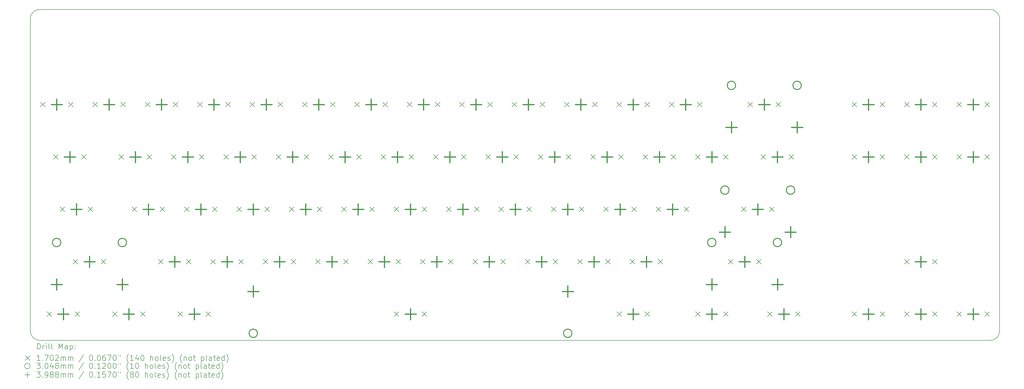
<source format=gbr>
%TF.GenerationSoftware,KiCad,Pcbnew,9.0.0*%
%TF.CreationDate,2025-03-06T14:32:36+00:00*%
%TF.ProjectId,discipline-pcb,64697363-6970-46c6-996e-652d7063622e,rev?*%
%TF.SameCoordinates,Original*%
%TF.FileFunction,Drillmap*%
%TF.FilePolarity,Positive*%
%FSLAX45Y45*%
G04 Gerber Fmt 4.5, Leading zero omitted, Abs format (unit mm)*
G04 Created by KiCad (PCBNEW 9.0.0) date 2025-03-06 14:32:36*
%MOMM*%
%LPD*%
G01*
G04 APERTURE LIST*
%ADD10C,0.150000*%
%ADD11C,0.200000*%
%ADD12C,0.170180*%
%ADD13C,0.304800*%
%ADD14C,0.398780*%
G04 APERTURE END LIST*
D10*
X5707644Y-18050222D02*
G75*
G02*
X5376638Y-17720000I-304J330702D01*
G01*
X40600000Y-17719516D02*
G75*
G02*
X40269294Y-18050230I-330700J-14D01*
G01*
X40269294Y-6019475D02*
G75*
G02*
X40600000Y-6352008I-4J-330715D01*
G01*
X5376638Y-6350181D02*
G75*
G02*
X5707344Y-6019468I330712J1D01*
G01*
X40269294Y-18050230D02*
X5707644Y-18050222D01*
X40600000Y-6352008D02*
X40600000Y-17719516D01*
X5376638Y-17719816D02*
X5376638Y-6350181D01*
X5707344Y-6019475D02*
X40269294Y-6019475D01*
D11*
D12*
X5741035Y-9392285D02*
X5911215Y-9562465D01*
X5911215Y-9392285D02*
X5741035Y-9562465D01*
X5979155Y-17011272D02*
X6149335Y-17181452D01*
X6149335Y-17011272D02*
X5979155Y-17181452D01*
X6217285Y-11297285D02*
X6387465Y-11467465D01*
X6387465Y-11297285D02*
X6217285Y-11467465D01*
X6455415Y-13201272D02*
X6625595Y-13371452D01*
X6625595Y-13201272D02*
X6455415Y-13371452D01*
X6757035Y-9392285D02*
X6927215Y-9562465D01*
X6927215Y-9392285D02*
X6757035Y-9562465D01*
X6931655Y-15107285D02*
X7101835Y-15277465D01*
X7101835Y-15107285D02*
X6931655Y-15277465D01*
X6995155Y-17011272D02*
X7165335Y-17181452D01*
X7165335Y-17011272D02*
X6995155Y-17181452D01*
X7233285Y-11297285D02*
X7403465Y-11467465D01*
X7403465Y-11297285D02*
X7233285Y-11467465D01*
X7471415Y-13201272D02*
X7641595Y-13371452D01*
X7641595Y-13201272D02*
X7471415Y-13371452D01*
X7646035Y-9392285D02*
X7816215Y-9562465D01*
X7816215Y-9392285D02*
X7646035Y-9562465D01*
X7947655Y-15107285D02*
X8117835Y-15277465D01*
X8117835Y-15107285D02*
X7947655Y-15277465D01*
X8360415Y-17012285D02*
X8530595Y-17182465D01*
X8530595Y-17012285D02*
X8360415Y-17182465D01*
X8598535Y-11297285D02*
X8768715Y-11467465D01*
X8768715Y-11297285D02*
X8598535Y-11467465D01*
X8662035Y-9392285D02*
X8832215Y-9562465D01*
X8832215Y-9392285D02*
X8662035Y-9562465D01*
X9074785Y-13202285D02*
X9244965Y-13372465D01*
X9244965Y-13202285D02*
X9074785Y-13372465D01*
X9376415Y-17012285D02*
X9546595Y-17182465D01*
X9546595Y-17012285D02*
X9376415Y-17182465D01*
X9551035Y-9392285D02*
X9721215Y-9562465D01*
X9721215Y-9392285D02*
X9551035Y-9562465D01*
X9614535Y-11297285D02*
X9784715Y-11467465D01*
X9784715Y-11297285D02*
X9614535Y-11467465D01*
X10027285Y-15107285D02*
X10197465Y-15277465D01*
X10197465Y-15107285D02*
X10027285Y-15277465D01*
X10090785Y-13202285D02*
X10260965Y-13372465D01*
X10260965Y-13202285D02*
X10090785Y-13372465D01*
X10503535Y-11297285D02*
X10673715Y-11467465D01*
X10673715Y-11297285D02*
X10503535Y-11467465D01*
X10567035Y-9392285D02*
X10737215Y-9562465D01*
X10737215Y-9392285D02*
X10567035Y-9562465D01*
X10741655Y-17011272D02*
X10911835Y-17181452D01*
X10911835Y-17011272D02*
X10741655Y-17181452D01*
X10979785Y-13202285D02*
X11149965Y-13372465D01*
X11149965Y-13202285D02*
X10979785Y-13372465D01*
X11043285Y-15107285D02*
X11213465Y-15277465D01*
X11213465Y-15107285D02*
X11043285Y-15277465D01*
X11456035Y-9392285D02*
X11626215Y-9562465D01*
X11626215Y-9392285D02*
X11456035Y-9562465D01*
X11519535Y-11297285D02*
X11689715Y-11467465D01*
X11689715Y-11297285D02*
X11519535Y-11467465D01*
X11757655Y-17011272D02*
X11927835Y-17181452D01*
X11927835Y-17011272D02*
X11757655Y-17181452D01*
X11932285Y-15107285D02*
X12102465Y-15277465D01*
X12102465Y-15107285D02*
X11932285Y-15277465D01*
X11995785Y-13202285D02*
X12165965Y-13372465D01*
X12165965Y-13202285D02*
X11995785Y-13372465D01*
X12408535Y-11297285D02*
X12578715Y-11467465D01*
X12578715Y-11297285D02*
X12408535Y-11467465D01*
X12472035Y-9392285D02*
X12642215Y-9562465D01*
X12642215Y-9392285D02*
X12472035Y-9562465D01*
X12884785Y-13202285D02*
X13054965Y-13372465D01*
X13054965Y-13202285D02*
X12884785Y-13372465D01*
X12948285Y-15107285D02*
X13118465Y-15277465D01*
X13118465Y-15107285D02*
X12948285Y-15277465D01*
X13361035Y-9392285D02*
X13531215Y-9562465D01*
X13531215Y-9392285D02*
X13361035Y-9562465D01*
X13424535Y-11297285D02*
X13594715Y-11467465D01*
X13594715Y-11297285D02*
X13424535Y-11467465D01*
X13837285Y-15107285D02*
X14007465Y-15277465D01*
X14007465Y-15107285D02*
X13837285Y-15277465D01*
X13900785Y-13202285D02*
X14070965Y-13372465D01*
X14070965Y-13202285D02*
X13900785Y-13372465D01*
X14313535Y-11297285D02*
X14483715Y-11467465D01*
X14483715Y-11297285D02*
X14313535Y-11467465D01*
X14377035Y-9392285D02*
X14547215Y-9562465D01*
X14547215Y-9392285D02*
X14377035Y-9562465D01*
X14789735Y-13202285D02*
X14959915Y-13372465D01*
X14959915Y-13202285D02*
X14789735Y-13372465D01*
X14853285Y-15107285D02*
X15023465Y-15277465D01*
X15023465Y-15107285D02*
X14853285Y-15277465D01*
X15266035Y-9392285D02*
X15436215Y-9562465D01*
X15436215Y-9392285D02*
X15266035Y-9562465D01*
X15329535Y-11297285D02*
X15499715Y-11467465D01*
X15499715Y-11297285D02*
X15329535Y-11467465D01*
X15742335Y-15107285D02*
X15912515Y-15277465D01*
X15912515Y-15107285D02*
X15742335Y-15277465D01*
X15805735Y-13202285D02*
X15975915Y-13372465D01*
X15975915Y-13202285D02*
X15805735Y-13372465D01*
X16218535Y-11297285D02*
X16388715Y-11467465D01*
X16388715Y-11297285D02*
X16218535Y-11467465D01*
X16282035Y-9392285D02*
X16452215Y-9562465D01*
X16452215Y-9392285D02*
X16282035Y-9562465D01*
X16694735Y-13202285D02*
X16864915Y-13372465D01*
X16864915Y-13202285D02*
X16694735Y-13372465D01*
X16758335Y-15107285D02*
X16928515Y-15277465D01*
X16928515Y-15107285D02*
X16758335Y-15277465D01*
X17171035Y-9392285D02*
X17341215Y-9562465D01*
X17341215Y-9392285D02*
X17171035Y-9562465D01*
X17234535Y-11297285D02*
X17404715Y-11467465D01*
X17404715Y-11297285D02*
X17234535Y-11467465D01*
X17647335Y-15107285D02*
X17817515Y-15277465D01*
X17817515Y-15107285D02*
X17647335Y-15277465D01*
X17710735Y-13202285D02*
X17880915Y-13372465D01*
X17880915Y-13202285D02*
X17710735Y-13372465D01*
X18123535Y-11297285D02*
X18293715Y-11467465D01*
X18293715Y-11297285D02*
X18123535Y-11467465D01*
X18187035Y-9392285D02*
X18357215Y-9562465D01*
X18357215Y-9392285D02*
X18187035Y-9562465D01*
X18599735Y-13202285D02*
X18769915Y-13372465D01*
X18769915Y-13202285D02*
X18599735Y-13372465D01*
X18599810Y-17012285D02*
X18769990Y-17182465D01*
X18769990Y-17012285D02*
X18599810Y-17182465D01*
X18663335Y-15107285D02*
X18833515Y-15277465D01*
X18833515Y-15107285D02*
X18663335Y-15277465D01*
X19076035Y-9392285D02*
X19246215Y-9562465D01*
X19246215Y-9392285D02*
X19076035Y-9562465D01*
X19139535Y-11297285D02*
X19309715Y-11467465D01*
X19309715Y-11297285D02*
X19139535Y-11467465D01*
X19552335Y-15107285D02*
X19722515Y-15277465D01*
X19722515Y-15107285D02*
X19552335Y-15277465D01*
X19615735Y-13202285D02*
X19785915Y-13372465D01*
X19785915Y-13202285D02*
X19615735Y-13372465D01*
X19615810Y-17012285D02*
X19785990Y-17182465D01*
X19785990Y-17012285D02*
X19615810Y-17182465D01*
X20028535Y-11297285D02*
X20198715Y-11467465D01*
X20198715Y-11297285D02*
X20028535Y-11467465D01*
X20092035Y-9392285D02*
X20262215Y-9562465D01*
X20262215Y-9392285D02*
X20092035Y-9562465D01*
X20504735Y-13202285D02*
X20674915Y-13372465D01*
X20674915Y-13202285D02*
X20504735Y-13372465D01*
X20568335Y-15107285D02*
X20738515Y-15277465D01*
X20738515Y-15107285D02*
X20568335Y-15277465D01*
X20981035Y-9392285D02*
X21151215Y-9562465D01*
X21151215Y-9392285D02*
X20981035Y-9562465D01*
X21044535Y-11297285D02*
X21214715Y-11467465D01*
X21214715Y-11297285D02*
X21044535Y-11467465D01*
X21457335Y-15107285D02*
X21627515Y-15277465D01*
X21627515Y-15107285D02*
X21457335Y-15277465D01*
X21520735Y-13202285D02*
X21690915Y-13372465D01*
X21690915Y-13202285D02*
X21520735Y-13372465D01*
X21933535Y-11297285D02*
X22103715Y-11467465D01*
X22103715Y-11297285D02*
X21933535Y-11467465D01*
X21997035Y-9392285D02*
X22167215Y-9562465D01*
X22167215Y-9392285D02*
X21997035Y-9562465D01*
X22409735Y-13202285D02*
X22579915Y-13372465D01*
X22579915Y-13202285D02*
X22409735Y-13372465D01*
X22473335Y-15107285D02*
X22643515Y-15277465D01*
X22643515Y-15107285D02*
X22473335Y-15277465D01*
X22886035Y-9392285D02*
X23056215Y-9562465D01*
X23056215Y-9392285D02*
X22886035Y-9562465D01*
X22949535Y-11297285D02*
X23119715Y-11467465D01*
X23119715Y-11297285D02*
X22949535Y-11467465D01*
X23362335Y-15107285D02*
X23532515Y-15277465D01*
X23532515Y-15107285D02*
X23362335Y-15277465D01*
X23425735Y-13202285D02*
X23595915Y-13372465D01*
X23595915Y-13202285D02*
X23425735Y-13372465D01*
X23838535Y-11297285D02*
X24008715Y-11467465D01*
X24008715Y-11297285D02*
X23838535Y-11467465D01*
X23902035Y-9392285D02*
X24072215Y-9562465D01*
X24072215Y-9392285D02*
X23902035Y-9562465D01*
X24314735Y-13202285D02*
X24484915Y-13372465D01*
X24484915Y-13202285D02*
X24314735Y-13372465D01*
X24378335Y-15107285D02*
X24548515Y-15277465D01*
X24548515Y-15107285D02*
X24378335Y-15277465D01*
X24791035Y-9392285D02*
X24961215Y-9562465D01*
X24961215Y-9392285D02*
X24791035Y-9562465D01*
X24854535Y-11297285D02*
X25024715Y-11467465D01*
X25024715Y-11297285D02*
X24854535Y-11467465D01*
X25267335Y-15107285D02*
X25437515Y-15277465D01*
X25437515Y-15107285D02*
X25267335Y-15277465D01*
X25330735Y-13202285D02*
X25500915Y-13372465D01*
X25500915Y-13202285D02*
X25330735Y-13372465D01*
X25743535Y-11297285D02*
X25913715Y-11467465D01*
X25913715Y-11297285D02*
X25743535Y-11467465D01*
X25807035Y-9392285D02*
X25977215Y-9562465D01*
X25977215Y-9392285D02*
X25807035Y-9562465D01*
X26219735Y-13202285D02*
X26389915Y-13372465D01*
X26389915Y-13202285D02*
X26219735Y-13372465D01*
X26283335Y-15107285D02*
X26453515Y-15277465D01*
X26453515Y-15107285D02*
X26283335Y-15277465D01*
X26696035Y-9392285D02*
X26866215Y-9562465D01*
X26866215Y-9392285D02*
X26696035Y-9562465D01*
X26696179Y-17012285D02*
X26866359Y-17182465D01*
X26866359Y-17012285D02*
X26696179Y-17182465D01*
X26759535Y-11297285D02*
X26929715Y-11467465D01*
X26929715Y-11297285D02*
X26759535Y-11467465D01*
X27172335Y-15107285D02*
X27342515Y-15277465D01*
X27342515Y-15107285D02*
X27172335Y-15277465D01*
X27235735Y-13202285D02*
X27405915Y-13372465D01*
X27405915Y-13202285D02*
X27235735Y-13372465D01*
X27648535Y-11297285D02*
X27818715Y-11467465D01*
X27818715Y-11297285D02*
X27648535Y-11467465D01*
X27712035Y-9392285D02*
X27882215Y-9562465D01*
X27882215Y-9392285D02*
X27712035Y-9562465D01*
X27712179Y-17012285D02*
X27882359Y-17182465D01*
X27882359Y-17012285D02*
X27712179Y-17182465D01*
X28124735Y-13202285D02*
X28294915Y-13372465D01*
X28294915Y-13202285D02*
X28124735Y-13372465D01*
X28188335Y-15107285D02*
X28358515Y-15277465D01*
X28358515Y-15107285D02*
X28188335Y-15277465D01*
X28601035Y-9392285D02*
X28771215Y-9562465D01*
X28771215Y-9392285D02*
X28601035Y-9562465D01*
X28664535Y-11297285D02*
X28834715Y-11467465D01*
X28834715Y-11297285D02*
X28664535Y-11467465D01*
X29140735Y-13202285D02*
X29310915Y-13372465D01*
X29310915Y-13202285D02*
X29140735Y-13372465D01*
X29551798Y-17012285D02*
X29721978Y-17182465D01*
X29721978Y-17012285D02*
X29551798Y-17182465D01*
X29553535Y-11297285D02*
X29723715Y-11467465D01*
X29723715Y-11297285D02*
X29553535Y-11467465D01*
X29617035Y-9392285D02*
X29787215Y-9562465D01*
X29787215Y-9392285D02*
X29617035Y-9562465D01*
X30567798Y-17012285D02*
X30737978Y-17182465D01*
X30737978Y-17012285D02*
X30567798Y-17182465D01*
X30569535Y-11297285D02*
X30739715Y-11467465D01*
X30739715Y-11297285D02*
X30569535Y-11467465D01*
X30744185Y-15107285D02*
X30914365Y-15277465D01*
X30914365Y-15107285D02*
X30744185Y-15277465D01*
X31220435Y-13202285D02*
X31390615Y-13372465D01*
X31390615Y-13202285D02*
X31220435Y-13372465D01*
X31458535Y-9392285D02*
X31628715Y-9562465D01*
X31628715Y-9392285D02*
X31458535Y-9562465D01*
X31760185Y-15107285D02*
X31930365Y-15277465D01*
X31930365Y-15107285D02*
X31760185Y-15277465D01*
X31934735Y-11297285D02*
X32104915Y-11467465D01*
X32104915Y-11297285D02*
X31934735Y-11467465D01*
X32171173Y-17012285D02*
X32341353Y-17182465D01*
X32341353Y-17012285D02*
X32171173Y-17182465D01*
X32236435Y-13202285D02*
X32406615Y-13372465D01*
X32406615Y-13202285D02*
X32236435Y-13372465D01*
X32474535Y-9392285D02*
X32644715Y-9562465D01*
X32644715Y-9392285D02*
X32474535Y-9562465D01*
X32950735Y-11297285D02*
X33120915Y-11467465D01*
X33120915Y-11297285D02*
X32950735Y-11467465D01*
X33187173Y-17012285D02*
X33357353Y-17182465D01*
X33357353Y-17012285D02*
X33187173Y-17182465D01*
X35243673Y-9393185D02*
X35413853Y-9563365D01*
X35413853Y-9393185D02*
X35243673Y-9563365D01*
X35243673Y-11298185D02*
X35413853Y-11468365D01*
X35413853Y-11298185D02*
X35243673Y-11468365D01*
X35243673Y-17012285D02*
X35413853Y-17182465D01*
X35413853Y-17012285D02*
X35243673Y-17182465D01*
X36259673Y-9393185D02*
X36429853Y-9563365D01*
X36429853Y-9393185D02*
X36259673Y-9563365D01*
X36259673Y-11298185D02*
X36429853Y-11468365D01*
X36429853Y-11298185D02*
X36259673Y-11468365D01*
X36259673Y-17012285D02*
X36429853Y-17182465D01*
X36429853Y-17012285D02*
X36259673Y-17182465D01*
X37148673Y-9392285D02*
X37318853Y-9562465D01*
X37318853Y-9392285D02*
X37148673Y-9562465D01*
X37148673Y-11297285D02*
X37318853Y-11467465D01*
X37318853Y-11297285D02*
X37148673Y-11467465D01*
X37148673Y-15107285D02*
X37318853Y-15277465D01*
X37318853Y-15107285D02*
X37148673Y-15277465D01*
X37148673Y-17012285D02*
X37318853Y-17182465D01*
X37318853Y-17012285D02*
X37148673Y-17182465D01*
X38164673Y-9392285D02*
X38334853Y-9562465D01*
X38334853Y-9392285D02*
X38164673Y-9562465D01*
X38164673Y-11297285D02*
X38334853Y-11467465D01*
X38334853Y-11297285D02*
X38164673Y-11467465D01*
X38164673Y-15107285D02*
X38334853Y-15277465D01*
X38334853Y-15107285D02*
X38164673Y-15277465D01*
X38164673Y-17012285D02*
X38334853Y-17182465D01*
X38334853Y-17012285D02*
X38164673Y-17182465D01*
X39053673Y-9392285D02*
X39223853Y-9562465D01*
X39223853Y-9392285D02*
X39053673Y-9562465D01*
X39053673Y-11297285D02*
X39223853Y-11467465D01*
X39223853Y-11297285D02*
X39053673Y-11467465D01*
X39053673Y-17012285D02*
X39223853Y-17182465D01*
X39223853Y-17012285D02*
X39053673Y-17182465D01*
X40069673Y-9392285D02*
X40239853Y-9562465D01*
X40239853Y-9392285D02*
X40069673Y-9562465D01*
X40069673Y-11297285D02*
X40239853Y-11467465D01*
X40239853Y-11297285D02*
X40069673Y-11467465D01*
X40069673Y-17012285D02*
X40239853Y-17182465D01*
X40239853Y-17012285D02*
X40069673Y-17182465D01*
D13*
X6483345Y-14493875D02*
G75*
G02*
X6178545Y-14493875I-152400J0D01*
G01*
X6178545Y-14493875D02*
G75*
G02*
X6483345Y-14493875I152400J0D01*
G01*
X8870945Y-14493875D02*
G75*
G02*
X8566145Y-14493875I-152400J0D01*
G01*
X8566145Y-14493875D02*
G75*
G02*
X8870945Y-14493875I152400J0D01*
G01*
X13630300Y-17795875D02*
G75*
G02*
X13325500Y-17795875I-152400J0D01*
G01*
X13325500Y-17795875D02*
G75*
G02*
X13630300Y-17795875I152400J0D01*
G01*
X25060300Y-17795875D02*
G75*
G02*
X24755500Y-17795875I-152400J0D01*
G01*
X24755500Y-17795875D02*
G75*
G02*
X25060300Y-17795875I152400J0D01*
G01*
X30295875Y-14493875D02*
G75*
G02*
X29991075Y-14493875I-152400J0D01*
G01*
X29991075Y-14493875D02*
G75*
G02*
X30295875Y-14493875I152400J0D01*
G01*
X30772125Y-12588875D02*
G75*
G02*
X30467325Y-12588875I-152400J0D01*
G01*
X30467325Y-12588875D02*
G75*
G02*
X30772125Y-12588875I152400J0D01*
G01*
X31010225Y-8778875D02*
G75*
G02*
X30705425Y-8778875I-152400J0D01*
G01*
X30705425Y-8778875D02*
G75*
G02*
X31010225Y-8778875I152400J0D01*
G01*
X32683475Y-14493875D02*
G75*
G02*
X32378675Y-14493875I-152400J0D01*
G01*
X32378675Y-14493875D02*
G75*
G02*
X32683475Y-14493875I152400J0D01*
G01*
X33159725Y-12588875D02*
G75*
G02*
X32854925Y-12588875I-152400J0D01*
G01*
X32854925Y-12588875D02*
G75*
G02*
X33159725Y-12588875I152400J0D01*
G01*
X33397825Y-8778875D02*
G75*
G02*
X33093025Y-8778875I-152400J0D01*
G01*
X33093025Y-8778875D02*
G75*
G02*
X33397825Y-8778875I152400J0D01*
G01*
D14*
X6330945Y-15818485D02*
X6330945Y-16217265D01*
X6131555Y-16017875D02*
X6530335Y-16017875D01*
X6334125Y-9277985D02*
X6334125Y-9676765D01*
X6134735Y-9477375D02*
X6533515Y-9477375D01*
X6572245Y-16896972D02*
X6572245Y-17295752D01*
X6372855Y-17096362D02*
X6771635Y-17096362D01*
X6810375Y-11182985D02*
X6810375Y-11581765D01*
X6610985Y-11382375D02*
X7009765Y-11382375D01*
X7048505Y-13086972D02*
X7048505Y-13485752D01*
X6849115Y-13286362D02*
X7247895Y-13286362D01*
X7524745Y-14992985D02*
X7524745Y-15391765D01*
X7325355Y-15192375D02*
X7724135Y-15192375D01*
X8239125Y-9277985D02*
X8239125Y-9676765D01*
X8039735Y-9477375D02*
X8438515Y-9477375D01*
X8718545Y-15818485D02*
X8718545Y-16217265D01*
X8519155Y-16017875D02*
X8917935Y-16017875D01*
X8953505Y-16897985D02*
X8953505Y-17296765D01*
X8754115Y-17097375D02*
X9152895Y-17097375D01*
X9191625Y-11182985D02*
X9191625Y-11581765D01*
X8992235Y-11382375D02*
X9391015Y-11382375D01*
X9667875Y-13087985D02*
X9667875Y-13486765D01*
X9468485Y-13287375D02*
X9867265Y-13287375D01*
X10144125Y-9277985D02*
X10144125Y-9676765D01*
X9944735Y-9477375D02*
X10343515Y-9477375D01*
X10620375Y-14992985D02*
X10620375Y-15391765D01*
X10420985Y-15192375D02*
X10819765Y-15192375D01*
X11096625Y-11182985D02*
X11096625Y-11581765D01*
X10897235Y-11382375D02*
X11296015Y-11382375D01*
X11334745Y-16896972D02*
X11334745Y-17295752D01*
X11135355Y-17096362D02*
X11534135Y-17096362D01*
X11572875Y-13087985D02*
X11572875Y-13486765D01*
X11373485Y-13287375D02*
X11772265Y-13287375D01*
X12049125Y-9277985D02*
X12049125Y-9676765D01*
X11849735Y-9477375D02*
X12248515Y-9477375D01*
X12525375Y-14992985D02*
X12525375Y-15391765D01*
X12325985Y-15192375D02*
X12724765Y-15192375D01*
X13001625Y-11182985D02*
X13001625Y-11581765D01*
X12802235Y-11382375D02*
X13201015Y-11382375D01*
X13477875Y-13087985D02*
X13477875Y-13486765D01*
X13278485Y-13287375D02*
X13677265Y-13287375D01*
X13477900Y-16072485D02*
X13477900Y-16471265D01*
X13278510Y-16271875D02*
X13677290Y-16271875D01*
X13954125Y-9277985D02*
X13954125Y-9676765D01*
X13754735Y-9477375D02*
X14153515Y-9477375D01*
X14430375Y-14992985D02*
X14430375Y-15391765D01*
X14230985Y-15192375D02*
X14629765Y-15192375D01*
X14906625Y-11182985D02*
X14906625Y-11581765D01*
X14707235Y-11382375D02*
X15106015Y-11382375D01*
X15382825Y-13087985D02*
X15382825Y-13486765D01*
X15183435Y-13287375D02*
X15582215Y-13287375D01*
X15859125Y-9277985D02*
X15859125Y-9676765D01*
X15659735Y-9477375D02*
X16058515Y-9477375D01*
X16335425Y-14992985D02*
X16335425Y-15391765D01*
X16136035Y-15192375D02*
X16534815Y-15192375D01*
X16811625Y-11182985D02*
X16811625Y-11581765D01*
X16612235Y-11382375D02*
X17011015Y-11382375D01*
X17287825Y-13087985D02*
X17287825Y-13486765D01*
X17088435Y-13287375D02*
X17487215Y-13287375D01*
X17764125Y-9277985D02*
X17764125Y-9676765D01*
X17564735Y-9477375D02*
X17963515Y-9477375D01*
X18240425Y-14992985D02*
X18240425Y-15391765D01*
X18041035Y-15192375D02*
X18439815Y-15192375D01*
X18716625Y-11182985D02*
X18716625Y-11581765D01*
X18517235Y-11382375D02*
X18916015Y-11382375D01*
X19192825Y-13087985D02*
X19192825Y-13486765D01*
X18993435Y-13287375D02*
X19392215Y-13287375D01*
X19192900Y-16897985D02*
X19192900Y-17296765D01*
X18993510Y-17097375D02*
X19392290Y-17097375D01*
X19669125Y-9277985D02*
X19669125Y-9676765D01*
X19469735Y-9477375D02*
X19868515Y-9477375D01*
X20145425Y-14992985D02*
X20145425Y-15391765D01*
X19946035Y-15192375D02*
X20344815Y-15192375D01*
X20621625Y-11182985D02*
X20621625Y-11581765D01*
X20422235Y-11382375D02*
X20821015Y-11382375D01*
X21097825Y-13087985D02*
X21097825Y-13486765D01*
X20898435Y-13287375D02*
X21297215Y-13287375D01*
X21574125Y-9277985D02*
X21574125Y-9676765D01*
X21374735Y-9477375D02*
X21773515Y-9477375D01*
X22050425Y-14992985D02*
X22050425Y-15391765D01*
X21851035Y-15192375D02*
X22249815Y-15192375D01*
X22526625Y-11182985D02*
X22526625Y-11581765D01*
X22327235Y-11382375D02*
X22726015Y-11382375D01*
X23002825Y-13087985D02*
X23002825Y-13486765D01*
X22803435Y-13287375D02*
X23202215Y-13287375D01*
X23479125Y-9277985D02*
X23479125Y-9676765D01*
X23279735Y-9477375D02*
X23678515Y-9477375D01*
X23955425Y-14992985D02*
X23955425Y-15391765D01*
X23756035Y-15192375D02*
X24154815Y-15192375D01*
X24431625Y-11182985D02*
X24431625Y-11581765D01*
X24232235Y-11382375D02*
X24631015Y-11382375D01*
X24907825Y-13087985D02*
X24907825Y-13486765D01*
X24708435Y-13287375D02*
X25107215Y-13287375D01*
X24907900Y-16072485D02*
X24907900Y-16471265D01*
X24708510Y-16271875D02*
X25107290Y-16271875D01*
X25384125Y-9277985D02*
X25384125Y-9676765D01*
X25184735Y-9477375D02*
X25583515Y-9477375D01*
X25860425Y-14992985D02*
X25860425Y-15391765D01*
X25661035Y-15192375D02*
X26059815Y-15192375D01*
X26336625Y-11182985D02*
X26336625Y-11581765D01*
X26137235Y-11382375D02*
X26536015Y-11382375D01*
X26812825Y-13087985D02*
X26812825Y-13486765D01*
X26613435Y-13287375D02*
X27012215Y-13287375D01*
X27289125Y-9277985D02*
X27289125Y-9676765D01*
X27089735Y-9477375D02*
X27488515Y-9477375D01*
X27289269Y-16897985D02*
X27289269Y-17296765D01*
X27089879Y-17097375D02*
X27488659Y-17097375D01*
X27765425Y-14992985D02*
X27765425Y-15391765D01*
X27566035Y-15192375D02*
X27964815Y-15192375D01*
X28241625Y-11182985D02*
X28241625Y-11581765D01*
X28042235Y-11382375D02*
X28441015Y-11382375D01*
X28717825Y-13087985D02*
X28717825Y-13486765D01*
X28518435Y-13287375D02*
X28917215Y-13287375D01*
X29194125Y-9277985D02*
X29194125Y-9676765D01*
X28994735Y-9477375D02*
X29393515Y-9477375D01*
X30143475Y-15818485D02*
X30143475Y-16217265D01*
X29944085Y-16017875D02*
X30342865Y-16017875D01*
X30144888Y-16897985D02*
X30144888Y-17296765D01*
X29945498Y-17097375D02*
X30344278Y-17097375D01*
X30146625Y-11182985D02*
X30146625Y-11581765D01*
X29947235Y-11382375D02*
X30346015Y-11382375D01*
X30619725Y-13913485D02*
X30619725Y-14312265D01*
X30420335Y-14112875D02*
X30819115Y-14112875D01*
X30857825Y-10103485D02*
X30857825Y-10502265D01*
X30658435Y-10302875D02*
X31057215Y-10302875D01*
X31337275Y-14992985D02*
X31337275Y-15391765D01*
X31137885Y-15192375D02*
X31536665Y-15192375D01*
X31813525Y-13087985D02*
X31813525Y-13486765D01*
X31614135Y-13287375D02*
X32012915Y-13287375D01*
X32051625Y-9277985D02*
X32051625Y-9676765D01*
X31852235Y-9477375D02*
X32251015Y-9477375D01*
X32527825Y-11182985D02*
X32527825Y-11581765D01*
X32328435Y-11382375D02*
X32727215Y-11382375D01*
X32531075Y-15818485D02*
X32531075Y-16217265D01*
X32331685Y-16017875D02*
X32730465Y-16017875D01*
X32764263Y-16897985D02*
X32764263Y-17296765D01*
X32564873Y-17097375D02*
X32963653Y-17097375D01*
X33007325Y-13913485D02*
X33007325Y-14312265D01*
X32807935Y-14112875D02*
X33206715Y-14112875D01*
X33245425Y-10103485D02*
X33245425Y-10502265D01*
X33046035Y-10302875D02*
X33444815Y-10302875D01*
X35836763Y-9278885D02*
X35836763Y-9677665D01*
X35637373Y-9478275D02*
X36036153Y-9478275D01*
X35836763Y-11183885D02*
X35836763Y-11582665D01*
X35637373Y-11383275D02*
X36036153Y-11383275D01*
X35836763Y-16897985D02*
X35836763Y-17296765D01*
X35637373Y-17097375D02*
X36036153Y-17097375D01*
X37741763Y-9277985D02*
X37741763Y-9676765D01*
X37542373Y-9477375D02*
X37941153Y-9477375D01*
X37741763Y-11182985D02*
X37741763Y-11581765D01*
X37542373Y-11382375D02*
X37941153Y-11382375D01*
X37741763Y-14992985D02*
X37741763Y-15391765D01*
X37542373Y-15192375D02*
X37941153Y-15192375D01*
X37741763Y-16897985D02*
X37741763Y-17296765D01*
X37542373Y-17097375D02*
X37941153Y-17097375D01*
X39646763Y-9277985D02*
X39646763Y-9676765D01*
X39447373Y-9477375D02*
X39846153Y-9477375D01*
X39646763Y-11182985D02*
X39646763Y-11581765D01*
X39447373Y-11382375D02*
X39846153Y-11382375D01*
X39646763Y-16897985D02*
X39646763Y-17296765D01*
X39447373Y-17097375D02*
X39846153Y-17097375D01*
D11*
X5629915Y-18369214D02*
X5629915Y-18169214D01*
X5629915Y-18169214D02*
X5677534Y-18169214D01*
X5677534Y-18169214D02*
X5706105Y-18178738D01*
X5706105Y-18178738D02*
X5725153Y-18197785D01*
X5725153Y-18197785D02*
X5734677Y-18216833D01*
X5734677Y-18216833D02*
X5744201Y-18254928D01*
X5744201Y-18254928D02*
X5744201Y-18283500D01*
X5744201Y-18283500D02*
X5734677Y-18321595D01*
X5734677Y-18321595D02*
X5725153Y-18340642D01*
X5725153Y-18340642D02*
X5706105Y-18359690D01*
X5706105Y-18359690D02*
X5677534Y-18369214D01*
X5677534Y-18369214D02*
X5629915Y-18369214D01*
X5829915Y-18369214D02*
X5829915Y-18235880D01*
X5829915Y-18273976D02*
X5839439Y-18254928D01*
X5839439Y-18254928D02*
X5848963Y-18245404D01*
X5848963Y-18245404D02*
X5868010Y-18235880D01*
X5868010Y-18235880D02*
X5887058Y-18235880D01*
X5953724Y-18369214D02*
X5953724Y-18235880D01*
X5953724Y-18169214D02*
X5944201Y-18178738D01*
X5944201Y-18178738D02*
X5953724Y-18188261D01*
X5953724Y-18188261D02*
X5963248Y-18178738D01*
X5963248Y-18178738D02*
X5953724Y-18169214D01*
X5953724Y-18169214D02*
X5953724Y-18188261D01*
X6077534Y-18369214D02*
X6058486Y-18359690D01*
X6058486Y-18359690D02*
X6048963Y-18340642D01*
X6048963Y-18340642D02*
X6048963Y-18169214D01*
X6182296Y-18369214D02*
X6163248Y-18359690D01*
X6163248Y-18359690D02*
X6153724Y-18340642D01*
X6153724Y-18340642D02*
X6153724Y-18169214D01*
X6410867Y-18369214D02*
X6410867Y-18169214D01*
X6410867Y-18169214D02*
X6477534Y-18312071D01*
X6477534Y-18312071D02*
X6544201Y-18169214D01*
X6544201Y-18169214D02*
X6544201Y-18369214D01*
X6725153Y-18369214D02*
X6725153Y-18264452D01*
X6725153Y-18264452D02*
X6715629Y-18245404D01*
X6715629Y-18245404D02*
X6696582Y-18235880D01*
X6696582Y-18235880D02*
X6658486Y-18235880D01*
X6658486Y-18235880D02*
X6639439Y-18245404D01*
X6725153Y-18359690D02*
X6706105Y-18369214D01*
X6706105Y-18369214D02*
X6658486Y-18369214D01*
X6658486Y-18369214D02*
X6639439Y-18359690D01*
X6639439Y-18359690D02*
X6629915Y-18340642D01*
X6629915Y-18340642D02*
X6629915Y-18321595D01*
X6629915Y-18321595D02*
X6639439Y-18302547D01*
X6639439Y-18302547D02*
X6658486Y-18293023D01*
X6658486Y-18293023D02*
X6706105Y-18293023D01*
X6706105Y-18293023D02*
X6725153Y-18283500D01*
X6820391Y-18235880D02*
X6820391Y-18435880D01*
X6820391Y-18245404D02*
X6839439Y-18235880D01*
X6839439Y-18235880D02*
X6877534Y-18235880D01*
X6877534Y-18235880D02*
X6896582Y-18245404D01*
X6896582Y-18245404D02*
X6906105Y-18254928D01*
X6906105Y-18254928D02*
X6915629Y-18273976D01*
X6915629Y-18273976D02*
X6915629Y-18331119D01*
X6915629Y-18331119D02*
X6906105Y-18350166D01*
X6906105Y-18350166D02*
X6896582Y-18359690D01*
X6896582Y-18359690D02*
X6877534Y-18369214D01*
X6877534Y-18369214D02*
X6839439Y-18369214D01*
X6839439Y-18369214D02*
X6820391Y-18359690D01*
X7001344Y-18350166D02*
X7010867Y-18359690D01*
X7010867Y-18359690D02*
X7001344Y-18369214D01*
X7001344Y-18369214D02*
X6991820Y-18359690D01*
X6991820Y-18359690D02*
X7001344Y-18350166D01*
X7001344Y-18350166D02*
X7001344Y-18369214D01*
X7001344Y-18245404D02*
X7010867Y-18254928D01*
X7010867Y-18254928D02*
X7001344Y-18264452D01*
X7001344Y-18264452D02*
X6991820Y-18254928D01*
X6991820Y-18254928D02*
X7001344Y-18245404D01*
X7001344Y-18245404D02*
X7001344Y-18264452D01*
D12*
X5198958Y-18612640D02*
X5369138Y-18782820D01*
X5369138Y-18612640D02*
X5198958Y-18782820D01*
D11*
X5734677Y-18789214D02*
X5620391Y-18789214D01*
X5677534Y-18789214D02*
X5677534Y-18589214D01*
X5677534Y-18589214D02*
X5658486Y-18617785D01*
X5658486Y-18617785D02*
X5639439Y-18636833D01*
X5639439Y-18636833D02*
X5620391Y-18646357D01*
X5820391Y-18770166D02*
X5829915Y-18779690D01*
X5829915Y-18779690D02*
X5820391Y-18789214D01*
X5820391Y-18789214D02*
X5810867Y-18779690D01*
X5810867Y-18779690D02*
X5820391Y-18770166D01*
X5820391Y-18770166D02*
X5820391Y-18789214D01*
X5896582Y-18589214D02*
X6029915Y-18589214D01*
X6029915Y-18589214D02*
X5944201Y-18789214D01*
X6144201Y-18589214D02*
X6163248Y-18589214D01*
X6163248Y-18589214D02*
X6182296Y-18598738D01*
X6182296Y-18598738D02*
X6191820Y-18608261D01*
X6191820Y-18608261D02*
X6201344Y-18627309D01*
X6201344Y-18627309D02*
X6210867Y-18665404D01*
X6210867Y-18665404D02*
X6210867Y-18713023D01*
X6210867Y-18713023D02*
X6201344Y-18751119D01*
X6201344Y-18751119D02*
X6191820Y-18770166D01*
X6191820Y-18770166D02*
X6182296Y-18779690D01*
X6182296Y-18779690D02*
X6163248Y-18789214D01*
X6163248Y-18789214D02*
X6144201Y-18789214D01*
X6144201Y-18789214D02*
X6125153Y-18779690D01*
X6125153Y-18779690D02*
X6115629Y-18770166D01*
X6115629Y-18770166D02*
X6106105Y-18751119D01*
X6106105Y-18751119D02*
X6096582Y-18713023D01*
X6096582Y-18713023D02*
X6096582Y-18665404D01*
X6096582Y-18665404D02*
X6106105Y-18627309D01*
X6106105Y-18627309D02*
X6115629Y-18608261D01*
X6115629Y-18608261D02*
X6125153Y-18598738D01*
X6125153Y-18598738D02*
X6144201Y-18589214D01*
X6287058Y-18608261D02*
X6296582Y-18598738D01*
X6296582Y-18598738D02*
X6315629Y-18589214D01*
X6315629Y-18589214D02*
X6363248Y-18589214D01*
X6363248Y-18589214D02*
X6382296Y-18598738D01*
X6382296Y-18598738D02*
X6391820Y-18608261D01*
X6391820Y-18608261D02*
X6401344Y-18627309D01*
X6401344Y-18627309D02*
X6401344Y-18646357D01*
X6401344Y-18646357D02*
X6391820Y-18674928D01*
X6391820Y-18674928D02*
X6277534Y-18789214D01*
X6277534Y-18789214D02*
X6401344Y-18789214D01*
X6487058Y-18789214D02*
X6487058Y-18655880D01*
X6487058Y-18674928D02*
X6496582Y-18665404D01*
X6496582Y-18665404D02*
X6515629Y-18655880D01*
X6515629Y-18655880D02*
X6544201Y-18655880D01*
X6544201Y-18655880D02*
X6563248Y-18665404D01*
X6563248Y-18665404D02*
X6572772Y-18684452D01*
X6572772Y-18684452D02*
X6572772Y-18789214D01*
X6572772Y-18684452D02*
X6582296Y-18665404D01*
X6582296Y-18665404D02*
X6601344Y-18655880D01*
X6601344Y-18655880D02*
X6629915Y-18655880D01*
X6629915Y-18655880D02*
X6648963Y-18665404D01*
X6648963Y-18665404D02*
X6658486Y-18684452D01*
X6658486Y-18684452D02*
X6658486Y-18789214D01*
X6753725Y-18789214D02*
X6753725Y-18655880D01*
X6753725Y-18674928D02*
X6763248Y-18665404D01*
X6763248Y-18665404D02*
X6782296Y-18655880D01*
X6782296Y-18655880D02*
X6810867Y-18655880D01*
X6810867Y-18655880D02*
X6829915Y-18665404D01*
X6829915Y-18665404D02*
X6839439Y-18684452D01*
X6839439Y-18684452D02*
X6839439Y-18789214D01*
X6839439Y-18684452D02*
X6848963Y-18665404D01*
X6848963Y-18665404D02*
X6868010Y-18655880D01*
X6868010Y-18655880D02*
X6896582Y-18655880D01*
X6896582Y-18655880D02*
X6915629Y-18665404D01*
X6915629Y-18665404D02*
X6925153Y-18684452D01*
X6925153Y-18684452D02*
X6925153Y-18789214D01*
X7315629Y-18579690D02*
X7144201Y-18836833D01*
X7572772Y-18589214D02*
X7591820Y-18589214D01*
X7591820Y-18589214D02*
X7610868Y-18598738D01*
X7610868Y-18598738D02*
X7620391Y-18608261D01*
X7620391Y-18608261D02*
X7629915Y-18627309D01*
X7629915Y-18627309D02*
X7639439Y-18665404D01*
X7639439Y-18665404D02*
X7639439Y-18713023D01*
X7639439Y-18713023D02*
X7629915Y-18751119D01*
X7629915Y-18751119D02*
X7620391Y-18770166D01*
X7620391Y-18770166D02*
X7610868Y-18779690D01*
X7610868Y-18779690D02*
X7591820Y-18789214D01*
X7591820Y-18789214D02*
X7572772Y-18789214D01*
X7572772Y-18789214D02*
X7553725Y-18779690D01*
X7553725Y-18779690D02*
X7544201Y-18770166D01*
X7544201Y-18770166D02*
X7534677Y-18751119D01*
X7534677Y-18751119D02*
X7525153Y-18713023D01*
X7525153Y-18713023D02*
X7525153Y-18665404D01*
X7525153Y-18665404D02*
X7534677Y-18627309D01*
X7534677Y-18627309D02*
X7544201Y-18608261D01*
X7544201Y-18608261D02*
X7553725Y-18598738D01*
X7553725Y-18598738D02*
X7572772Y-18589214D01*
X7725153Y-18770166D02*
X7734677Y-18779690D01*
X7734677Y-18779690D02*
X7725153Y-18789214D01*
X7725153Y-18789214D02*
X7715629Y-18779690D01*
X7715629Y-18779690D02*
X7725153Y-18770166D01*
X7725153Y-18770166D02*
X7725153Y-18789214D01*
X7858487Y-18589214D02*
X7877534Y-18589214D01*
X7877534Y-18589214D02*
X7896582Y-18598738D01*
X7896582Y-18598738D02*
X7906106Y-18608261D01*
X7906106Y-18608261D02*
X7915629Y-18627309D01*
X7915629Y-18627309D02*
X7925153Y-18665404D01*
X7925153Y-18665404D02*
X7925153Y-18713023D01*
X7925153Y-18713023D02*
X7915629Y-18751119D01*
X7915629Y-18751119D02*
X7906106Y-18770166D01*
X7906106Y-18770166D02*
X7896582Y-18779690D01*
X7896582Y-18779690D02*
X7877534Y-18789214D01*
X7877534Y-18789214D02*
X7858487Y-18789214D01*
X7858487Y-18789214D02*
X7839439Y-18779690D01*
X7839439Y-18779690D02*
X7829915Y-18770166D01*
X7829915Y-18770166D02*
X7820391Y-18751119D01*
X7820391Y-18751119D02*
X7810868Y-18713023D01*
X7810868Y-18713023D02*
X7810868Y-18665404D01*
X7810868Y-18665404D02*
X7820391Y-18627309D01*
X7820391Y-18627309D02*
X7829915Y-18608261D01*
X7829915Y-18608261D02*
X7839439Y-18598738D01*
X7839439Y-18598738D02*
X7858487Y-18589214D01*
X8096582Y-18589214D02*
X8058487Y-18589214D01*
X8058487Y-18589214D02*
X8039439Y-18598738D01*
X8039439Y-18598738D02*
X8029915Y-18608261D01*
X8029915Y-18608261D02*
X8010868Y-18636833D01*
X8010868Y-18636833D02*
X8001344Y-18674928D01*
X8001344Y-18674928D02*
X8001344Y-18751119D01*
X8001344Y-18751119D02*
X8010868Y-18770166D01*
X8010868Y-18770166D02*
X8020391Y-18779690D01*
X8020391Y-18779690D02*
X8039439Y-18789214D01*
X8039439Y-18789214D02*
X8077534Y-18789214D01*
X8077534Y-18789214D02*
X8096582Y-18779690D01*
X8096582Y-18779690D02*
X8106106Y-18770166D01*
X8106106Y-18770166D02*
X8115629Y-18751119D01*
X8115629Y-18751119D02*
X8115629Y-18703500D01*
X8115629Y-18703500D02*
X8106106Y-18684452D01*
X8106106Y-18684452D02*
X8096582Y-18674928D01*
X8096582Y-18674928D02*
X8077534Y-18665404D01*
X8077534Y-18665404D02*
X8039439Y-18665404D01*
X8039439Y-18665404D02*
X8020391Y-18674928D01*
X8020391Y-18674928D02*
X8010868Y-18684452D01*
X8010868Y-18684452D02*
X8001344Y-18703500D01*
X8182296Y-18589214D02*
X8315629Y-18589214D01*
X8315629Y-18589214D02*
X8229915Y-18789214D01*
X8429915Y-18589214D02*
X8448963Y-18589214D01*
X8448963Y-18589214D02*
X8468011Y-18598738D01*
X8468011Y-18598738D02*
X8477534Y-18608261D01*
X8477534Y-18608261D02*
X8487058Y-18627309D01*
X8487058Y-18627309D02*
X8496582Y-18665404D01*
X8496582Y-18665404D02*
X8496582Y-18713023D01*
X8496582Y-18713023D02*
X8487058Y-18751119D01*
X8487058Y-18751119D02*
X8477534Y-18770166D01*
X8477534Y-18770166D02*
X8468011Y-18779690D01*
X8468011Y-18779690D02*
X8448963Y-18789214D01*
X8448963Y-18789214D02*
X8429915Y-18789214D01*
X8429915Y-18789214D02*
X8410868Y-18779690D01*
X8410868Y-18779690D02*
X8401344Y-18770166D01*
X8401344Y-18770166D02*
X8391820Y-18751119D01*
X8391820Y-18751119D02*
X8382296Y-18713023D01*
X8382296Y-18713023D02*
X8382296Y-18665404D01*
X8382296Y-18665404D02*
X8391820Y-18627309D01*
X8391820Y-18627309D02*
X8401344Y-18608261D01*
X8401344Y-18608261D02*
X8410868Y-18598738D01*
X8410868Y-18598738D02*
X8429915Y-18589214D01*
X8572772Y-18589214D02*
X8572772Y-18627309D01*
X8648963Y-18589214D02*
X8648963Y-18627309D01*
X8944201Y-18865404D02*
X8934677Y-18855880D01*
X8934677Y-18855880D02*
X8915630Y-18827309D01*
X8915630Y-18827309D02*
X8906106Y-18808261D01*
X8906106Y-18808261D02*
X8896582Y-18779690D01*
X8896582Y-18779690D02*
X8887058Y-18732071D01*
X8887058Y-18732071D02*
X8887058Y-18693976D01*
X8887058Y-18693976D02*
X8896582Y-18646357D01*
X8896582Y-18646357D02*
X8906106Y-18617785D01*
X8906106Y-18617785D02*
X8915630Y-18598738D01*
X8915630Y-18598738D02*
X8934677Y-18570166D01*
X8934677Y-18570166D02*
X8944201Y-18560642D01*
X9125153Y-18789214D02*
X9010868Y-18789214D01*
X9068011Y-18789214D02*
X9068011Y-18589214D01*
X9068011Y-18589214D02*
X9048963Y-18617785D01*
X9048963Y-18617785D02*
X9029915Y-18636833D01*
X9029915Y-18636833D02*
X9010868Y-18646357D01*
X9296582Y-18655880D02*
X9296582Y-18789214D01*
X9248963Y-18579690D02*
X9201344Y-18722547D01*
X9201344Y-18722547D02*
X9325153Y-18722547D01*
X9439439Y-18589214D02*
X9458487Y-18589214D01*
X9458487Y-18589214D02*
X9477534Y-18598738D01*
X9477534Y-18598738D02*
X9487058Y-18608261D01*
X9487058Y-18608261D02*
X9496582Y-18627309D01*
X9496582Y-18627309D02*
X9506106Y-18665404D01*
X9506106Y-18665404D02*
X9506106Y-18713023D01*
X9506106Y-18713023D02*
X9496582Y-18751119D01*
X9496582Y-18751119D02*
X9487058Y-18770166D01*
X9487058Y-18770166D02*
X9477534Y-18779690D01*
X9477534Y-18779690D02*
X9458487Y-18789214D01*
X9458487Y-18789214D02*
X9439439Y-18789214D01*
X9439439Y-18789214D02*
X9420392Y-18779690D01*
X9420392Y-18779690D02*
X9410868Y-18770166D01*
X9410868Y-18770166D02*
X9401344Y-18751119D01*
X9401344Y-18751119D02*
X9391820Y-18713023D01*
X9391820Y-18713023D02*
X9391820Y-18665404D01*
X9391820Y-18665404D02*
X9401344Y-18627309D01*
X9401344Y-18627309D02*
X9410868Y-18608261D01*
X9410868Y-18608261D02*
X9420392Y-18598738D01*
X9420392Y-18598738D02*
X9439439Y-18589214D01*
X9744201Y-18789214D02*
X9744201Y-18589214D01*
X9829915Y-18789214D02*
X9829915Y-18684452D01*
X9829915Y-18684452D02*
X9820392Y-18665404D01*
X9820392Y-18665404D02*
X9801344Y-18655880D01*
X9801344Y-18655880D02*
X9772773Y-18655880D01*
X9772773Y-18655880D02*
X9753725Y-18665404D01*
X9753725Y-18665404D02*
X9744201Y-18674928D01*
X9953725Y-18789214D02*
X9934677Y-18779690D01*
X9934677Y-18779690D02*
X9925154Y-18770166D01*
X9925154Y-18770166D02*
X9915630Y-18751119D01*
X9915630Y-18751119D02*
X9915630Y-18693976D01*
X9915630Y-18693976D02*
X9925154Y-18674928D01*
X9925154Y-18674928D02*
X9934677Y-18665404D01*
X9934677Y-18665404D02*
X9953725Y-18655880D01*
X9953725Y-18655880D02*
X9982296Y-18655880D01*
X9982296Y-18655880D02*
X10001344Y-18665404D01*
X10001344Y-18665404D02*
X10010868Y-18674928D01*
X10010868Y-18674928D02*
X10020392Y-18693976D01*
X10020392Y-18693976D02*
X10020392Y-18751119D01*
X10020392Y-18751119D02*
X10010868Y-18770166D01*
X10010868Y-18770166D02*
X10001344Y-18779690D01*
X10001344Y-18779690D02*
X9982296Y-18789214D01*
X9982296Y-18789214D02*
X9953725Y-18789214D01*
X10134677Y-18789214D02*
X10115630Y-18779690D01*
X10115630Y-18779690D02*
X10106106Y-18760642D01*
X10106106Y-18760642D02*
X10106106Y-18589214D01*
X10287058Y-18779690D02*
X10268011Y-18789214D01*
X10268011Y-18789214D02*
X10229915Y-18789214D01*
X10229915Y-18789214D02*
X10210868Y-18779690D01*
X10210868Y-18779690D02*
X10201344Y-18760642D01*
X10201344Y-18760642D02*
X10201344Y-18684452D01*
X10201344Y-18684452D02*
X10210868Y-18665404D01*
X10210868Y-18665404D02*
X10229915Y-18655880D01*
X10229915Y-18655880D02*
X10268011Y-18655880D01*
X10268011Y-18655880D02*
X10287058Y-18665404D01*
X10287058Y-18665404D02*
X10296582Y-18684452D01*
X10296582Y-18684452D02*
X10296582Y-18703500D01*
X10296582Y-18703500D02*
X10201344Y-18722547D01*
X10372773Y-18779690D02*
X10391820Y-18789214D01*
X10391820Y-18789214D02*
X10429915Y-18789214D01*
X10429915Y-18789214D02*
X10448963Y-18779690D01*
X10448963Y-18779690D02*
X10458487Y-18760642D01*
X10458487Y-18760642D02*
X10458487Y-18751119D01*
X10458487Y-18751119D02*
X10448963Y-18732071D01*
X10448963Y-18732071D02*
X10429915Y-18722547D01*
X10429915Y-18722547D02*
X10401344Y-18722547D01*
X10401344Y-18722547D02*
X10382296Y-18713023D01*
X10382296Y-18713023D02*
X10372773Y-18693976D01*
X10372773Y-18693976D02*
X10372773Y-18684452D01*
X10372773Y-18684452D02*
X10382296Y-18665404D01*
X10382296Y-18665404D02*
X10401344Y-18655880D01*
X10401344Y-18655880D02*
X10429915Y-18655880D01*
X10429915Y-18655880D02*
X10448963Y-18665404D01*
X10525154Y-18865404D02*
X10534677Y-18855880D01*
X10534677Y-18855880D02*
X10553725Y-18827309D01*
X10553725Y-18827309D02*
X10563249Y-18808261D01*
X10563249Y-18808261D02*
X10572773Y-18779690D01*
X10572773Y-18779690D02*
X10582296Y-18732071D01*
X10582296Y-18732071D02*
X10582296Y-18693976D01*
X10582296Y-18693976D02*
X10572773Y-18646357D01*
X10572773Y-18646357D02*
X10563249Y-18617785D01*
X10563249Y-18617785D02*
X10553725Y-18598738D01*
X10553725Y-18598738D02*
X10534677Y-18570166D01*
X10534677Y-18570166D02*
X10525154Y-18560642D01*
X10887058Y-18865404D02*
X10877535Y-18855880D01*
X10877535Y-18855880D02*
X10858487Y-18827309D01*
X10858487Y-18827309D02*
X10848963Y-18808261D01*
X10848963Y-18808261D02*
X10839439Y-18779690D01*
X10839439Y-18779690D02*
X10829916Y-18732071D01*
X10829916Y-18732071D02*
X10829916Y-18693976D01*
X10829916Y-18693976D02*
X10839439Y-18646357D01*
X10839439Y-18646357D02*
X10848963Y-18617785D01*
X10848963Y-18617785D02*
X10858487Y-18598738D01*
X10858487Y-18598738D02*
X10877535Y-18570166D01*
X10877535Y-18570166D02*
X10887058Y-18560642D01*
X10963249Y-18655880D02*
X10963249Y-18789214D01*
X10963249Y-18674928D02*
X10972773Y-18665404D01*
X10972773Y-18665404D02*
X10991820Y-18655880D01*
X10991820Y-18655880D02*
X11020392Y-18655880D01*
X11020392Y-18655880D02*
X11039439Y-18665404D01*
X11039439Y-18665404D02*
X11048963Y-18684452D01*
X11048963Y-18684452D02*
X11048963Y-18789214D01*
X11172773Y-18789214D02*
X11153725Y-18779690D01*
X11153725Y-18779690D02*
X11144201Y-18770166D01*
X11144201Y-18770166D02*
X11134677Y-18751119D01*
X11134677Y-18751119D02*
X11134677Y-18693976D01*
X11134677Y-18693976D02*
X11144201Y-18674928D01*
X11144201Y-18674928D02*
X11153725Y-18665404D01*
X11153725Y-18665404D02*
X11172773Y-18655880D01*
X11172773Y-18655880D02*
X11201344Y-18655880D01*
X11201344Y-18655880D02*
X11220392Y-18665404D01*
X11220392Y-18665404D02*
X11229915Y-18674928D01*
X11229915Y-18674928D02*
X11239439Y-18693976D01*
X11239439Y-18693976D02*
X11239439Y-18751119D01*
X11239439Y-18751119D02*
X11229915Y-18770166D01*
X11229915Y-18770166D02*
X11220392Y-18779690D01*
X11220392Y-18779690D02*
X11201344Y-18789214D01*
X11201344Y-18789214D02*
X11172773Y-18789214D01*
X11296582Y-18655880D02*
X11372773Y-18655880D01*
X11325154Y-18589214D02*
X11325154Y-18760642D01*
X11325154Y-18760642D02*
X11334677Y-18779690D01*
X11334677Y-18779690D02*
X11353725Y-18789214D01*
X11353725Y-18789214D02*
X11372773Y-18789214D01*
X11591820Y-18655880D02*
X11591820Y-18855880D01*
X11591820Y-18665404D02*
X11610868Y-18655880D01*
X11610868Y-18655880D02*
X11648963Y-18655880D01*
X11648963Y-18655880D02*
X11668011Y-18665404D01*
X11668011Y-18665404D02*
X11677535Y-18674928D01*
X11677535Y-18674928D02*
X11687058Y-18693976D01*
X11687058Y-18693976D02*
X11687058Y-18751119D01*
X11687058Y-18751119D02*
X11677535Y-18770166D01*
X11677535Y-18770166D02*
X11668011Y-18779690D01*
X11668011Y-18779690D02*
X11648963Y-18789214D01*
X11648963Y-18789214D02*
X11610868Y-18789214D01*
X11610868Y-18789214D02*
X11591820Y-18779690D01*
X11801344Y-18789214D02*
X11782296Y-18779690D01*
X11782296Y-18779690D02*
X11772773Y-18760642D01*
X11772773Y-18760642D02*
X11772773Y-18589214D01*
X11963249Y-18789214D02*
X11963249Y-18684452D01*
X11963249Y-18684452D02*
X11953725Y-18665404D01*
X11953725Y-18665404D02*
X11934677Y-18655880D01*
X11934677Y-18655880D02*
X11896582Y-18655880D01*
X11896582Y-18655880D02*
X11877535Y-18665404D01*
X11963249Y-18779690D02*
X11944201Y-18789214D01*
X11944201Y-18789214D02*
X11896582Y-18789214D01*
X11896582Y-18789214D02*
X11877535Y-18779690D01*
X11877535Y-18779690D02*
X11868011Y-18760642D01*
X11868011Y-18760642D02*
X11868011Y-18741595D01*
X11868011Y-18741595D02*
X11877535Y-18722547D01*
X11877535Y-18722547D02*
X11896582Y-18713023D01*
X11896582Y-18713023D02*
X11944201Y-18713023D01*
X11944201Y-18713023D02*
X11963249Y-18703500D01*
X12029916Y-18655880D02*
X12106106Y-18655880D01*
X12058487Y-18589214D02*
X12058487Y-18760642D01*
X12058487Y-18760642D02*
X12068011Y-18779690D01*
X12068011Y-18779690D02*
X12087058Y-18789214D01*
X12087058Y-18789214D02*
X12106106Y-18789214D01*
X12248963Y-18779690D02*
X12229916Y-18789214D01*
X12229916Y-18789214D02*
X12191820Y-18789214D01*
X12191820Y-18789214D02*
X12172773Y-18779690D01*
X12172773Y-18779690D02*
X12163249Y-18760642D01*
X12163249Y-18760642D02*
X12163249Y-18684452D01*
X12163249Y-18684452D02*
X12172773Y-18665404D01*
X12172773Y-18665404D02*
X12191820Y-18655880D01*
X12191820Y-18655880D02*
X12229916Y-18655880D01*
X12229916Y-18655880D02*
X12248963Y-18665404D01*
X12248963Y-18665404D02*
X12258487Y-18684452D01*
X12258487Y-18684452D02*
X12258487Y-18703500D01*
X12258487Y-18703500D02*
X12163249Y-18722547D01*
X12429916Y-18789214D02*
X12429916Y-18589214D01*
X12429916Y-18779690D02*
X12410868Y-18789214D01*
X12410868Y-18789214D02*
X12372773Y-18789214D01*
X12372773Y-18789214D02*
X12353725Y-18779690D01*
X12353725Y-18779690D02*
X12344201Y-18770166D01*
X12344201Y-18770166D02*
X12334677Y-18751119D01*
X12334677Y-18751119D02*
X12334677Y-18693976D01*
X12334677Y-18693976D02*
X12344201Y-18674928D01*
X12344201Y-18674928D02*
X12353725Y-18665404D01*
X12353725Y-18665404D02*
X12372773Y-18655880D01*
X12372773Y-18655880D02*
X12410868Y-18655880D01*
X12410868Y-18655880D02*
X12429916Y-18665404D01*
X12506106Y-18865404D02*
X12515630Y-18855880D01*
X12515630Y-18855880D02*
X12534677Y-18827309D01*
X12534677Y-18827309D02*
X12544201Y-18808261D01*
X12544201Y-18808261D02*
X12553725Y-18779690D01*
X12553725Y-18779690D02*
X12563249Y-18732071D01*
X12563249Y-18732071D02*
X12563249Y-18693976D01*
X12563249Y-18693976D02*
X12553725Y-18646357D01*
X12553725Y-18646357D02*
X12544201Y-18617785D01*
X12544201Y-18617785D02*
X12534677Y-18598738D01*
X12534677Y-18598738D02*
X12515630Y-18570166D01*
X12515630Y-18570166D02*
X12506106Y-18560642D01*
X5369138Y-18987910D02*
G75*
G02*
X5169138Y-18987910I-100000J0D01*
G01*
X5169138Y-18987910D02*
G75*
G02*
X5369138Y-18987910I100000J0D01*
G01*
X5610867Y-18879394D02*
X5734677Y-18879394D01*
X5734677Y-18879394D02*
X5668010Y-18955584D01*
X5668010Y-18955584D02*
X5696582Y-18955584D01*
X5696582Y-18955584D02*
X5715629Y-18965108D01*
X5715629Y-18965108D02*
X5725153Y-18974632D01*
X5725153Y-18974632D02*
X5734677Y-18993680D01*
X5734677Y-18993680D02*
X5734677Y-19041299D01*
X5734677Y-19041299D02*
X5725153Y-19060346D01*
X5725153Y-19060346D02*
X5715629Y-19069870D01*
X5715629Y-19069870D02*
X5696582Y-19079394D01*
X5696582Y-19079394D02*
X5639439Y-19079394D01*
X5639439Y-19079394D02*
X5620391Y-19069870D01*
X5620391Y-19069870D02*
X5610867Y-19060346D01*
X5820391Y-19060346D02*
X5829915Y-19069870D01*
X5829915Y-19069870D02*
X5820391Y-19079394D01*
X5820391Y-19079394D02*
X5810867Y-19069870D01*
X5810867Y-19069870D02*
X5820391Y-19060346D01*
X5820391Y-19060346D02*
X5820391Y-19079394D01*
X5953724Y-18879394D02*
X5972772Y-18879394D01*
X5972772Y-18879394D02*
X5991820Y-18888918D01*
X5991820Y-18888918D02*
X6001344Y-18898441D01*
X6001344Y-18898441D02*
X6010867Y-18917489D01*
X6010867Y-18917489D02*
X6020391Y-18955584D01*
X6020391Y-18955584D02*
X6020391Y-19003203D01*
X6020391Y-19003203D02*
X6010867Y-19041299D01*
X6010867Y-19041299D02*
X6001344Y-19060346D01*
X6001344Y-19060346D02*
X5991820Y-19069870D01*
X5991820Y-19069870D02*
X5972772Y-19079394D01*
X5972772Y-19079394D02*
X5953724Y-19079394D01*
X5953724Y-19079394D02*
X5934677Y-19069870D01*
X5934677Y-19069870D02*
X5925153Y-19060346D01*
X5925153Y-19060346D02*
X5915629Y-19041299D01*
X5915629Y-19041299D02*
X5906105Y-19003203D01*
X5906105Y-19003203D02*
X5906105Y-18955584D01*
X5906105Y-18955584D02*
X5915629Y-18917489D01*
X5915629Y-18917489D02*
X5925153Y-18898441D01*
X5925153Y-18898441D02*
X5934677Y-18888918D01*
X5934677Y-18888918D02*
X5953724Y-18879394D01*
X6191820Y-18946060D02*
X6191820Y-19079394D01*
X6144201Y-18869870D02*
X6096582Y-19012727D01*
X6096582Y-19012727D02*
X6220391Y-19012727D01*
X6325153Y-18965108D02*
X6306105Y-18955584D01*
X6306105Y-18955584D02*
X6296582Y-18946060D01*
X6296582Y-18946060D02*
X6287058Y-18927013D01*
X6287058Y-18927013D02*
X6287058Y-18917489D01*
X6287058Y-18917489D02*
X6296582Y-18898441D01*
X6296582Y-18898441D02*
X6306105Y-18888918D01*
X6306105Y-18888918D02*
X6325153Y-18879394D01*
X6325153Y-18879394D02*
X6363248Y-18879394D01*
X6363248Y-18879394D02*
X6382296Y-18888918D01*
X6382296Y-18888918D02*
X6391820Y-18898441D01*
X6391820Y-18898441D02*
X6401344Y-18917489D01*
X6401344Y-18917489D02*
X6401344Y-18927013D01*
X6401344Y-18927013D02*
X6391820Y-18946060D01*
X6391820Y-18946060D02*
X6382296Y-18955584D01*
X6382296Y-18955584D02*
X6363248Y-18965108D01*
X6363248Y-18965108D02*
X6325153Y-18965108D01*
X6325153Y-18965108D02*
X6306105Y-18974632D01*
X6306105Y-18974632D02*
X6296582Y-18984156D01*
X6296582Y-18984156D02*
X6287058Y-19003203D01*
X6287058Y-19003203D02*
X6287058Y-19041299D01*
X6287058Y-19041299D02*
X6296582Y-19060346D01*
X6296582Y-19060346D02*
X6306105Y-19069870D01*
X6306105Y-19069870D02*
X6325153Y-19079394D01*
X6325153Y-19079394D02*
X6363248Y-19079394D01*
X6363248Y-19079394D02*
X6382296Y-19069870D01*
X6382296Y-19069870D02*
X6391820Y-19060346D01*
X6391820Y-19060346D02*
X6401344Y-19041299D01*
X6401344Y-19041299D02*
X6401344Y-19003203D01*
X6401344Y-19003203D02*
X6391820Y-18984156D01*
X6391820Y-18984156D02*
X6382296Y-18974632D01*
X6382296Y-18974632D02*
X6363248Y-18965108D01*
X6487058Y-19079394D02*
X6487058Y-18946060D01*
X6487058Y-18965108D02*
X6496582Y-18955584D01*
X6496582Y-18955584D02*
X6515629Y-18946060D01*
X6515629Y-18946060D02*
X6544201Y-18946060D01*
X6544201Y-18946060D02*
X6563248Y-18955584D01*
X6563248Y-18955584D02*
X6572772Y-18974632D01*
X6572772Y-18974632D02*
X6572772Y-19079394D01*
X6572772Y-18974632D02*
X6582296Y-18955584D01*
X6582296Y-18955584D02*
X6601344Y-18946060D01*
X6601344Y-18946060D02*
X6629915Y-18946060D01*
X6629915Y-18946060D02*
X6648963Y-18955584D01*
X6648963Y-18955584D02*
X6658486Y-18974632D01*
X6658486Y-18974632D02*
X6658486Y-19079394D01*
X6753725Y-19079394D02*
X6753725Y-18946060D01*
X6753725Y-18965108D02*
X6763248Y-18955584D01*
X6763248Y-18955584D02*
X6782296Y-18946060D01*
X6782296Y-18946060D02*
X6810867Y-18946060D01*
X6810867Y-18946060D02*
X6829915Y-18955584D01*
X6829915Y-18955584D02*
X6839439Y-18974632D01*
X6839439Y-18974632D02*
X6839439Y-19079394D01*
X6839439Y-18974632D02*
X6848963Y-18955584D01*
X6848963Y-18955584D02*
X6868010Y-18946060D01*
X6868010Y-18946060D02*
X6896582Y-18946060D01*
X6896582Y-18946060D02*
X6915629Y-18955584D01*
X6915629Y-18955584D02*
X6925153Y-18974632D01*
X6925153Y-18974632D02*
X6925153Y-19079394D01*
X7315629Y-18869870D02*
X7144201Y-19127013D01*
X7572772Y-18879394D02*
X7591820Y-18879394D01*
X7591820Y-18879394D02*
X7610868Y-18888918D01*
X7610868Y-18888918D02*
X7620391Y-18898441D01*
X7620391Y-18898441D02*
X7629915Y-18917489D01*
X7629915Y-18917489D02*
X7639439Y-18955584D01*
X7639439Y-18955584D02*
X7639439Y-19003203D01*
X7639439Y-19003203D02*
X7629915Y-19041299D01*
X7629915Y-19041299D02*
X7620391Y-19060346D01*
X7620391Y-19060346D02*
X7610868Y-19069870D01*
X7610868Y-19069870D02*
X7591820Y-19079394D01*
X7591820Y-19079394D02*
X7572772Y-19079394D01*
X7572772Y-19079394D02*
X7553725Y-19069870D01*
X7553725Y-19069870D02*
X7544201Y-19060346D01*
X7544201Y-19060346D02*
X7534677Y-19041299D01*
X7534677Y-19041299D02*
X7525153Y-19003203D01*
X7525153Y-19003203D02*
X7525153Y-18955584D01*
X7525153Y-18955584D02*
X7534677Y-18917489D01*
X7534677Y-18917489D02*
X7544201Y-18898441D01*
X7544201Y-18898441D02*
X7553725Y-18888918D01*
X7553725Y-18888918D02*
X7572772Y-18879394D01*
X7725153Y-19060346D02*
X7734677Y-19069870D01*
X7734677Y-19069870D02*
X7725153Y-19079394D01*
X7725153Y-19079394D02*
X7715629Y-19069870D01*
X7715629Y-19069870D02*
X7725153Y-19060346D01*
X7725153Y-19060346D02*
X7725153Y-19079394D01*
X7925153Y-19079394D02*
X7810868Y-19079394D01*
X7868010Y-19079394D02*
X7868010Y-18879394D01*
X7868010Y-18879394D02*
X7848963Y-18907965D01*
X7848963Y-18907965D02*
X7829915Y-18927013D01*
X7829915Y-18927013D02*
X7810868Y-18936537D01*
X8001344Y-18898441D02*
X8010868Y-18888918D01*
X8010868Y-18888918D02*
X8029915Y-18879394D01*
X8029915Y-18879394D02*
X8077534Y-18879394D01*
X8077534Y-18879394D02*
X8096582Y-18888918D01*
X8096582Y-18888918D02*
X8106106Y-18898441D01*
X8106106Y-18898441D02*
X8115629Y-18917489D01*
X8115629Y-18917489D02*
X8115629Y-18936537D01*
X8115629Y-18936537D02*
X8106106Y-18965108D01*
X8106106Y-18965108D02*
X7991820Y-19079394D01*
X7991820Y-19079394D02*
X8115629Y-19079394D01*
X8239439Y-18879394D02*
X8258487Y-18879394D01*
X8258487Y-18879394D02*
X8277534Y-18888918D01*
X8277534Y-18888918D02*
X8287058Y-18898441D01*
X8287058Y-18898441D02*
X8296582Y-18917489D01*
X8296582Y-18917489D02*
X8306106Y-18955584D01*
X8306106Y-18955584D02*
X8306106Y-19003203D01*
X8306106Y-19003203D02*
X8296582Y-19041299D01*
X8296582Y-19041299D02*
X8287058Y-19060346D01*
X8287058Y-19060346D02*
X8277534Y-19069870D01*
X8277534Y-19069870D02*
X8258487Y-19079394D01*
X8258487Y-19079394D02*
X8239439Y-19079394D01*
X8239439Y-19079394D02*
X8220391Y-19069870D01*
X8220391Y-19069870D02*
X8210868Y-19060346D01*
X8210868Y-19060346D02*
X8201344Y-19041299D01*
X8201344Y-19041299D02*
X8191820Y-19003203D01*
X8191820Y-19003203D02*
X8191820Y-18955584D01*
X8191820Y-18955584D02*
X8201344Y-18917489D01*
X8201344Y-18917489D02*
X8210868Y-18898441D01*
X8210868Y-18898441D02*
X8220391Y-18888918D01*
X8220391Y-18888918D02*
X8239439Y-18879394D01*
X8429915Y-18879394D02*
X8448963Y-18879394D01*
X8448963Y-18879394D02*
X8468011Y-18888918D01*
X8468011Y-18888918D02*
X8477534Y-18898441D01*
X8477534Y-18898441D02*
X8487058Y-18917489D01*
X8487058Y-18917489D02*
X8496582Y-18955584D01*
X8496582Y-18955584D02*
X8496582Y-19003203D01*
X8496582Y-19003203D02*
X8487058Y-19041299D01*
X8487058Y-19041299D02*
X8477534Y-19060346D01*
X8477534Y-19060346D02*
X8468011Y-19069870D01*
X8468011Y-19069870D02*
X8448963Y-19079394D01*
X8448963Y-19079394D02*
X8429915Y-19079394D01*
X8429915Y-19079394D02*
X8410868Y-19069870D01*
X8410868Y-19069870D02*
X8401344Y-19060346D01*
X8401344Y-19060346D02*
X8391820Y-19041299D01*
X8391820Y-19041299D02*
X8382296Y-19003203D01*
X8382296Y-19003203D02*
X8382296Y-18955584D01*
X8382296Y-18955584D02*
X8391820Y-18917489D01*
X8391820Y-18917489D02*
X8401344Y-18898441D01*
X8401344Y-18898441D02*
X8410868Y-18888918D01*
X8410868Y-18888918D02*
X8429915Y-18879394D01*
X8572772Y-18879394D02*
X8572772Y-18917489D01*
X8648963Y-18879394D02*
X8648963Y-18917489D01*
X8944201Y-19155584D02*
X8934677Y-19146060D01*
X8934677Y-19146060D02*
X8915630Y-19117489D01*
X8915630Y-19117489D02*
X8906106Y-19098441D01*
X8906106Y-19098441D02*
X8896582Y-19069870D01*
X8896582Y-19069870D02*
X8887058Y-19022251D01*
X8887058Y-19022251D02*
X8887058Y-18984156D01*
X8887058Y-18984156D02*
X8896582Y-18936537D01*
X8896582Y-18936537D02*
X8906106Y-18907965D01*
X8906106Y-18907965D02*
X8915630Y-18888918D01*
X8915630Y-18888918D02*
X8934677Y-18860346D01*
X8934677Y-18860346D02*
X8944201Y-18850822D01*
X9125153Y-19079394D02*
X9010868Y-19079394D01*
X9068011Y-19079394D02*
X9068011Y-18879394D01*
X9068011Y-18879394D02*
X9048963Y-18907965D01*
X9048963Y-18907965D02*
X9029915Y-18927013D01*
X9029915Y-18927013D02*
X9010868Y-18936537D01*
X9248963Y-18879394D02*
X9268011Y-18879394D01*
X9268011Y-18879394D02*
X9287058Y-18888918D01*
X9287058Y-18888918D02*
X9296582Y-18898441D01*
X9296582Y-18898441D02*
X9306106Y-18917489D01*
X9306106Y-18917489D02*
X9315630Y-18955584D01*
X9315630Y-18955584D02*
X9315630Y-19003203D01*
X9315630Y-19003203D02*
X9306106Y-19041299D01*
X9306106Y-19041299D02*
X9296582Y-19060346D01*
X9296582Y-19060346D02*
X9287058Y-19069870D01*
X9287058Y-19069870D02*
X9268011Y-19079394D01*
X9268011Y-19079394D02*
X9248963Y-19079394D01*
X9248963Y-19079394D02*
X9229915Y-19069870D01*
X9229915Y-19069870D02*
X9220392Y-19060346D01*
X9220392Y-19060346D02*
X9210868Y-19041299D01*
X9210868Y-19041299D02*
X9201344Y-19003203D01*
X9201344Y-19003203D02*
X9201344Y-18955584D01*
X9201344Y-18955584D02*
X9210868Y-18917489D01*
X9210868Y-18917489D02*
X9220392Y-18898441D01*
X9220392Y-18898441D02*
X9229915Y-18888918D01*
X9229915Y-18888918D02*
X9248963Y-18879394D01*
X9553725Y-19079394D02*
X9553725Y-18879394D01*
X9639439Y-19079394D02*
X9639439Y-18974632D01*
X9639439Y-18974632D02*
X9629915Y-18955584D01*
X9629915Y-18955584D02*
X9610868Y-18946060D01*
X9610868Y-18946060D02*
X9582296Y-18946060D01*
X9582296Y-18946060D02*
X9563249Y-18955584D01*
X9563249Y-18955584D02*
X9553725Y-18965108D01*
X9763249Y-19079394D02*
X9744201Y-19069870D01*
X9744201Y-19069870D02*
X9734677Y-19060346D01*
X9734677Y-19060346D02*
X9725154Y-19041299D01*
X9725154Y-19041299D02*
X9725154Y-18984156D01*
X9725154Y-18984156D02*
X9734677Y-18965108D01*
X9734677Y-18965108D02*
X9744201Y-18955584D01*
X9744201Y-18955584D02*
X9763249Y-18946060D01*
X9763249Y-18946060D02*
X9791820Y-18946060D01*
X9791820Y-18946060D02*
X9810868Y-18955584D01*
X9810868Y-18955584D02*
X9820392Y-18965108D01*
X9820392Y-18965108D02*
X9829915Y-18984156D01*
X9829915Y-18984156D02*
X9829915Y-19041299D01*
X9829915Y-19041299D02*
X9820392Y-19060346D01*
X9820392Y-19060346D02*
X9810868Y-19069870D01*
X9810868Y-19069870D02*
X9791820Y-19079394D01*
X9791820Y-19079394D02*
X9763249Y-19079394D01*
X9944201Y-19079394D02*
X9925154Y-19069870D01*
X9925154Y-19069870D02*
X9915630Y-19050822D01*
X9915630Y-19050822D02*
X9915630Y-18879394D01*
X10096582Y-19069870D02*
X10077535Y-19079394D01*
X10077535Y-19079394D02*
X10039439Y-19079394D01*
X10039439Y-19079394D02*
X10020392Y-19069870D01*
X10020392Y-19069870D02*
X10010868Y-19050822D01*
X10010868Y-19050822D02*
X10010868Y-18974632D01*
X10010868Y-18974632D02*
X10020392Y-18955584D01*
X10020392Y-18955584D02*
X10039439Y-18946060D01*
X10039439Y-18946060D02*
X10077535Y-18946060D01*
X10077535Y-18946060D02*
X10096582Y-18955584D01*
X10096582Y-18955584D02*
X10106106Y-18974632D01*
X10106106Y-18974632D02*
X10106106Y-18993680D01*
X10106106Y-18993680D02*
X10010868Y-19012727D01*
X10182296Y-19069870D02*
X10201344Y-19079394D01*
X10201344Y-19079394D02*
X10239439Y-19079394D01*
X10239439Y-19079394D02*
X10258487Y-19069870D01*
X10258487Y-19069870D02*
X10268011Y-19050822D01*
X10268011Y-19050822D02*
X10268011Y-19041299D01*
X10268011Y-19041299D02*
X10258487Y-19022251D01*
X10258487Y-19022251D02*
X10239439Y-19012727D01*
X10239439Y-19012727D02*
X10210868Y-19012727D01*
X10210868Y-19012727D02*
X10191820Y-19003203D01*
X10191820Y-19003203D02*
X10182296Y-18984156D01*
X10182296Y-18984156D02*
X10182296Y-18974632D01*
X10182296Y-18974632D02*
X10191820Y-18955584D01*
X10191820Y-18955584D02*
X10210868Y-18946060D01*
X10210868Y-18946060D02*
X10239439Y-18946060D01*
X10239439Y-18946060D02*
X10258487Y-18955584D01*
X10334677Y-19155584D02*
X10344201Y-19146060D01*
X10344201Y-19146060D02*
X10363249Y-19117489D01*
X10363249Y-19117489D02*
X10372773Y-19098441D01*
X10372773Y-19098441D02*
X10382296Y-19069870D01*
X10382296Y-19069870D02*
X10391820Y-19022251D01*
X10391820Y-19022251D02*
X10391820Y-18984156D01*
X10391820Y-18984156D02*
X10382296Y-18936537D01*
X10382296Y-18936537D02*
X10372773Y-18907965D01*
X10372773Y-18907965D02*
X10363249Y-18888918D01*
X10363249Y-18888918D02*
X10344201Y-18860346D01*
X10344201Y-18860346D02*
X10334677Y-18850822D01*
X10696582Y-19155584D02*
X10687058Y-19146060D01*
X10687058Y-19146060D02*
X10668011Y-19117489D01*
X10668011Y-19117489D02*
X10658487Y-19098441D01*
X10658487Y-19098441D02*
X10648963Y-19069870D01*
X10648963Y-19069870D02*
X10639439Y-19022251D01*
X10639439Y-19022251D02*
X10639439Y-18984156D01*
X10639439Y-18984156D02*
X10648963Y-18936537D01*
X10648963Y-18936537D02*
X10658487Y-18907965D01*
X10658487Y-18907965D02*
X10668011Y-18888918D01*
X10668011Y-18888918D02*
X10687058Y-18860346D01*
X10687058Y-18860346D02*
X10696582Y-18850822D01*
X10772773Y-18946060D02*
X10772773Y-19079394D01*
X10772773Y-18965108D02*
X10782296Y-18955584D01*
X10782296Y-18955584D02*
X10801344Y-18946060D01*
X10801344Y-18946060D02*
X10829916Y-18946060D01*
X10829916Y-18946060D02*
X10848963Y-18955584D01*
X10848963Y-18955584D02*
X10858487Y-18974632D01*
X10858487Y-18974632D02*
X10858487Y-19079394D01*
X10982296Y-19079394D02*
X10963249Y-19069870D01*
X10963249Y-19069870D02*
X10953725Y-19060346D01*
X10953725Y-19060346D02*
X10944201Y-19041299D01*
X10944201Y-19041299D02*
X10944201Y-18984156D01*
X10944201Y-18984156D02*
X10953725Y-18965108D01*
X10953725Y-18965108D02*
X10963249Y-18955584D01*
X10963249Y-18955584D02*
X10982296Y-18946060D01*
X10982296Y-18946060D02*
X11010868Y-18946060D01*
X11010868Y-18946060D02*
X11029916Y-18955584D01*
X11029916Y-18955584D02*
X11039439Y-18965108D01*
X11039439Y-18965108D02*
X11048963Y-18984156D01*
X11048963Y-18984156D02*
X11048963Y-19041299D01*
X11048963Y-19041299D02*
X11039439Y-19060346D01*
X11039439Y-19060346D02*
X11029916Y-19069870D01*
X11029916Y-19069870D02*
X11010868Y-19079394D01*
X11010868Y-19079394D02*
X10982296Y-19079394D01*
X11106106Y-18946060D02*
X11182296Y-18946060D01*
X11134677Y-18879394D02*
X11134677Y-19050822D01*
X11134677Y-19050822D02*
X11144201Y-19069870D01*
X11144201Y-19069870D02*
X11163249Y-19079394D01*
X11163249Y-19079394D02*
X11182296Y-19079394D01*
X11401344Y-18946060D02*
X11401344Y-19146060D01*
X11401344Y-18955584D02*
X11420392Y-18946060D01*
X11420392Y-18946060D02*
X11458487Y-18946060D01*
X11458487Y-18946060D02*
X11477535Y-18955584D01*
X11477535Y-18955584D02*
X11487058Y-18965108D01*
X11487058Y-18965108D02*
X11496582Y-18984156D01*
X11496582Y-18984156D02*
X11496582Y-19041299D01*
X11496582Y-19041299D02*
X11487058Y-19060346D01*
X11487058Y-19060346D02*
X11477535Y-19069870D01*
X11477535Y-19069870D02*
X11458487Y-19079394D01*
X11458487Y-19079394D02*
X11420392Y-19079394D01*
X11420392Y-19079394D02*
X11401344Y-19069870D01*
X11610868Y-19079394D02*
X11591820Y-19069870D01*
X11591820Y-19069870D02*
X11582296Y-19050822D01*
X11582296Y-19050822D02*
X11582296Y-18879394D01*
X11772773Y-19079394D02*
X11772773Y-18974632D01*
X11772773Y-18974632D02*
X11763249Y-18955584D01*
X11763249Y-18955584D02*
X11744201Y-18946060D01*
X11744201Y-18946060D02*
X11706106Y-18946060D01*
X11706106Y-18946060D02*
X11687058Y-18955584D01*
X11772773Y-19069870D02*
X11753725Y-19079394D01*
X11753725Y-19079394D02*
X11706106Y-19079394D01*
X11706106Y-19079394D02*
X11687058Y-19069870D01*
X11687058Y-19069870D02*
X11677535Y-19050822D01*
X11677535Y-19050822D02*
X11677535Y-19031775D01*
X11677535Y-19031775D02*
X11687058Y-19012727D01*
X11687058Y-19012727D02*
X11706106Y-19003203D01*
X11706106Y-19003203D02*
X11753725Y-19003203D01*
X11753725Y-19003203D02*
X11772773Y-18993680D01*
X11839439Y-18946060D02*
X11915630Y-18946060D01*
X11868011Y-18879394D02*
X11868011Y-19050822D01*
X11868011Y-19050822D02*
X11877535Y-19069870D01*
X11877535Y-19069870D02*
X11896582Y-19079394D01*
X11896582Y-19079394D02*
X11915630Y-19079394D01*
X12058487Y-19069870D02*
X12039439Y-19079394D01*
X12039439Y-19079394D02*
X12001344Y-19079394D01*
X12001344Y-19079394D02*
X11982296Y-19069870D01*
X11982296Y-19069870D02*
X11972773Y-19050822D01*
X11972773Y-19050822D02*
X11972773Y-18974632D01*
X11972773Y-18974632D02*
X11982296Y-18955584D01*
X11982296Y-18955584D02*
X12001344Y-18946060D01*
X12001344Y-18946060D02*
X12039439Y-18946060D01*
X12039439Y-18946060D02*
X12058487Y-18955584D01*
X12058487Y-18955584D02*
X12068011Y-18974632D01*
X12068011Y-18974632D02*
X12068011Y-18993680D01*
X12068011Y-18993680D02*
X11972773Y-19012727D01*
X12239439Y-19079394D02*
X12239439Y-18879394D01*
X12239439Y-19069870D02*
X12220392Y-19079394D01*
X12220392Y-19079394D02*
X12182296Y-19079394D01*
X12182296Y-19079394D02*
X12163249Y-19069870D01*
X12163249Y-19069870D02*
X12153725Y-19060346D01*
X12153725Y-19060346D02*
X12144201Y-19041299D01*
X12144201Y-19041299D02*
X12144201Y-18984156D01*
X12144201Y-18984156D02*
X12153725Y-18965108D01*
X12153725Y-18965108D02*
X12163249Y-18955584D01*
X12163249Y-18955584D02*
X12182296Y-18946060D01*
X12182296Y-18946060D02*
X12220392Y-18946060D01*
X12220392Y-18946060D02*
X12239439Y-18955584D01*
X12315630Y-19155584D02*
X12325154Y-19146060D01*
X12325154Y-19146060D02*
X12344201Y-19117489D01*
X12344201Y-19117489D02*
X12353725Y-19098441D01*
X12353725Y-19098441D02*
X12363249Y-19069870D01*
X12363249Y-19069870D02*
X12372773Y-19022251D01*
X12372773Y-19022251D02*
X12372773Y-18984156D01*
X12372773Y-18984156D02*
X12363249Y-18936537D01*
X12363249Y-18936537D02*
X12353725Y-18907965D01*
X12353725Y-18907965D02*
X12344201Y-18888918D01*
X12344201Y-18888918D02*
X12325154Y-18860346D01*
X12325154Y-18860346D02*
X12315630Y-18850822D01*
X5269138Y-19207910D02*
X5269138Y-19407910D01*
X5169138Y-19307910D02*
X5369138Y-19307910D01*
X5610867Y-19199394D02*
X5734677Y-19199394D01*
X5734677Y-19199394D02*
X5668010Y-19275584D01*
X5668010Y-19275584D02*
X5696582Y-19275584D01*
X5696582Y-19275584D02*
X5715629Y-19285108D01*
X5715629Y-19285108D02*
X5725153Y-19294632D01*
X5725153Y-19294632D02*
X5734677Y-19313680D01*
X5734677Y-19313680D02*
X5734677Y-19361299D01*
X5734677Y-19361299D02*
X5725153Y-19380346D01*
X5725153Y-19380346D02*
X5715629Y-19389870D01*
X5715629Y-19389870D02*
X5696582Y-19399394D01*
X5696582Y-19399394D02*
X5639439Y-19399394D01*
X5639439Y-19399394D02*
X5620391Y-19389870D01*
X5620391Y-19389870D02*
X5610867Y-19380346D01*
X5820391Y-19380346D02*
X5829915Y-19389870D01*
X5829915Y-19389870D02*
X5820391Y-19399394D01*
X5820391Y-19399394D02*
X5810867Y-19389870D01*
X5810867Y-19389870D02*
X5820391Y-19380346D01*
X5820391Y-19380346D02*
X5820391Y-19399394D01*
X5925153Y-19399394D02*
X5963248Y-19399394D01*
X5963248Y-19399394D02*
X5982296Y-19389870D01*
X5982296Y-19389870D02*
X5991820Y-19380346D01*
X5991820Y-19380346D02*
X6010867Y-19351775D01*
X6010867Y-19351775D02*
X6020391Y-19313680D01*
X6020391Y-19313680D02*
X6020391Y-19237489D01*
X6020391Y-19237489D02*
X6010867Y-19218441D01*
X6010867Y-19218441D02*
X6001344Y-19208918D01*
X6001344Y-19208918D02*
X5982296Y-19199394D01*
X5982296Y-19199394D02*
X5944201Y-19199394D01*
X5944201Y-19199394D02*
X5925153Y-19208918D01*
X5925153Y-19208918D02*
X5915629Y-19218441D01*
X5915629Y-19218441D02*
X5906105Y-19237489D01*
X5906105Y-19237489D02*
X5906105Y-19285108D01*
X5906105Y-19285108D02*
X5915629Y-19304156D01*
X5915629Y-19304156D02*
X5925153Y-19313680D01*
X5925153Y-19313680D02*
X5944201Y-19323203D01*
X5944201Y-19323203D02*
X5982296Y-19323203D01*
X5982296Y-19323203D02*
X6001344Y-19313680D01*
X6001344Y-19313680D02*
X6010867Y-19304156D01*
X6010867Y-19304156D02*
X6020391Y-19285108D01*
X6134677Y-19285108D02*
X6115629Y-19275584D01*
X6115629Y-19275584D02*
X6106105Y-19266060D01*
X6106105Y-19266060D02*
X6096582Y-19247013D01*
X6096582Y-19247013D02*
X6096582Y-19237489D01*
X6096582Y-19237489D02*
X6106105Y-19218441D01*
X6106105Y-19218441D02*
X6115629Y-19208918D01*
X6115629Y-19208918D02*
X6134677Y-19199394D01*
X6134677Y-19199394D02*
X6172772Y-19199394D01*
X6172772Y-19199394D02*
X6191820Y-19208918D01*
X6191820Y-19208918D02*
X6201344Y-19218441D01*
X6201344Y-19218441D02*
X6210867Y-19237489D01*
X6210867Y-19237489D02*
X6210867Y-19247013D01*
X6210867Y-19247013D02*
X6201344Y-19266060D01*
X6201344Y-19266060D02*
X6191820Y-19275584D01*
X6191820Y-19275584D02*
X6172772Y-19285108D01*
X6172772Y-19285108D02*
X6134677Y-19285108D01*
X6134677Y-19285108D02*
X6115629Y-19294632D01*
X6115629Y-19294632D02*
X6106105Y-19304156D01*
X6106105Y-19304156D02*
X6096582Y-19323203D01*
X6096582Y-19323203D02*
X6096582Y-19361299D01*
X6096582Y-19361299D02*
X6106105Y-19380346D01*
X6106105Y-19380346D02*
X6115629Y-19389870D01*
X6115629Y-19389870D02*
X6134677Y-19399394D01*
X6134677Y-19399394D02*
X6172772Y-19399394D01*
X6172772Y-19399394D02*
X6191820Y-19389870D01*
X6191820Y-19389870D02*
X6201344Y-19380346D01*
X6201344Y-19380346D02*
X6210867Y-19361299D01*
X6210867Y-19361299D02*
X6210867Y-19323203D01*
X6210867Y-19323203D02*
X6201344Y-19304156D01*
X6201344Y-19304156D02*
X6191820Y-19294632D01*
X6191820Y-19294632D02*
X6172772Y-19285108D01*
X6325153Y-19285108D02*
X6306105Y-19275584D01*
X6306105Y-19275584D02*
X6296582Y-19266060D01*
X6296582Y-19266060D02*
X6287058Y-19247013D01*
X6287058Y-19247013D02*
X6287058Y-19237489D01*
X6287058Y-19237489D02*
X6296582Y-19218441D01*
X6296582Y-19218441D02*
X6306105Y-19208918D01*
X6306105Y-19208918D02*
X6325153Y-19199394D01*
X6325153Y-19199394D02*
X6363248Y-19199394D01*
X6363248Y-19199394D02*
X6382296Y-19208918D01*
X6382296Y-19208918D02*
X6391820Y-19218441D01*
X6391820Y-19218441D02*
X6401344Y-19237489D01*
X6401344Y-19237489D02*
X6401344Y-19247013D01*
X6401344Y-19247013D02*
X6391820Y-19266060D01*
X6391820Y-19266060D02*
X6382296Y-19275584D01*
X6382296Y-19275584D02*
X6363248Y-19285108D01*
X6363248Y-19285108D02*
X6325153Y-19285108D01*
X6325153Y-19285108D02*
X6306105Y-19294632D01*
X6306105Y-19294632D02*
X6296582Y-19304156D01*
X6296582Y-19304156D02*
X6287058Y-19323203D01*
X6287058Y-19323203D02*
X6287058Y-19361299D01*
X6287058Y-19361299D02*
X6296582Y-19380346D01*
X6296582Y-19380346D02*
X6306105Y-19389870D01*
X6306105Y-19389870D02*
X6325153Y-19399394D01*
X6325153Y-19399394D02*
X6363248Y-19399394D01*
X6363248Y-19399394D02*
X6382296Y-19389870D01*
X6382296Y-19389870D02*
X6391820Y-19380346D01*
X6391820Y-19380346D02*
X6401344Y-19361299D01*
X6401344Y-19361299D02*
X6401344Y-19323203D01*
X6401344Y-19323203D02*
X6391820Y-19304156D01*
X6391820Y-19304156D02*
X6382296Y-19294632D01*
X6382296Y-19294632D02*
X6363248Y-19285108D01*
X6487058Y-19399394D02*
X6487058Y-19266060D01*
X6487058Y-19285108D02*
X6496582Y-19275584D01*
X6496582Y-19275584D02*
X6515629Y-19266060D01*
X6515629Y-19266060D02*
X6544201Y-19266060D01*
X6544201Y-19266060D02*
X6563248Y-19275584D01*
X6563248Y-19275584D02*
X6572772Y-19294632D01*
X6572772Y-19294632D02*
X6572772Y-19399394D01*
X6572772Y-19294632D02*
X6582296Y-19275584D01*
X6582296Y-19275584D02*
X6601344Y-19266060D01*
X6601344Y-19266060D02*
X6629915Y-19266060D01*
X6629915Y-19266060D02*
X6648963Y-19275584D01*
X6648963Y-19275584D02*
X6658486Y-19294632D01*
X6658486Y-19294632D02*
X6658486Y-19399394D01*
X6753725Y-19399394D02*
X6753725Y-19266060D01*
X6753725Y-19285108D02*
X6763248Y-19275584D01*
X6763248Y-19275584D02*
X6782296Y-19266060D01*
X6782296Y-19266060D02*
X6810867Y-19266060D01*
X6810867Y-19266060D02*
X6829915Y-19275584D01*
X6829915Y-19275584D02*
X6839439Y-19294632D01*
X6839439Y-19294632D02*
X6839439Y-19399394D01*
X6839439Y-19294632D02*
X6848963Y-19275584D01*
X6848963Y-19275584D02*
X6868010Y-19266060D01*
X6868010Y-19266060D02*
X6896582Y-19266060D01*
X6896582Y-19266060D02*
X6915629Y-19275584D01*
X6915629Y-19275584D02*
X6925153Y-19294632D01*
X6925153Y-19294632D02*
X6925153Y-19399394D01*
X7315629Y-19189870D02*
X7144201Y-19447013D01*
X7572772Y-19199394D02*
X7591820Y-19199394D01*
X7591820Y-19199394D02*
X7610868Y-19208918D01*
X7610868Y-19208918D02*
X7620391Y-19218441D01*
X7620391Y-19218441D02*
X7629915Y-19237489D01*
X7629915Y-19237489D02*
X7639439Y-19275584D01*
X7639439Y-19275584D02*
X7639439Y-19323203D01*
X7639439Y-19323203D02*
X7629915Y-19361299D01*
X7629915Y-19361299D02*
X7620391Y-19380346D01*
X7620391Y-19380346D02*
X7610868Y-19389870D01*
X7610868Y-19389870D02*
X7591820Y-19399394D01*
X7591820Y-19399394D02*
X7572772Y-19399394D01*
X7572772Y-19399394D02*
X7553725Y-19389870D01*
X7553725Y-19389870D02*
X7544201Y-19380346D01*
X7544201Y-19380346D02*
X7534677Y-19361299D01*
X7534677Y-19361299D02*
X7525153Y-19323203D01*
X7525153Y-19323203D02*
X7525153Y-19275584D01*
X7525153Y-19275584D02*
X7534677Y-19237489D01*
X7534677Y-19237489D02*
X7544201Y-19218441D01*
X7544201Y-19218441D02*
X7553725Y-19208918D01*
X7553725Y-19208918D02*
X7572772Y-19199394D01*
X7725153Y-19380346D02*
X7734677Y-19389870D01*
X7734677Y-19389870D02*
X7725153Y-19399394D01*
X7725153Y-19399394D02*
X7715629Y-19389870D01*
X7715629Y-19389870D02*
X7725153Y-19380346D01*
X7725153Y-19380346D02*
X7725153Y-19399394D01*
X7925153Y-19399394D02*
X7810868Y-19399394D01*
X7868010Y-19399394D02*
X7868010Y-19199394D01*
X7868010Y-19199394D02*
X7848963Y-19227965D01*
X7848963Y-19227965D02*
X7829915Y-19247013D01*
X7829915Y-19247013D02*
X7810868Y-19256537D01*
X8106106Y-19199394D02*
X8010868Y-19199394D01*
X8010868Y-19199394D02*
X8001344Y-19294632D01*
X8001344Y-19294632D02*
X8010868Y-19285108D01*
X8010868Y-19285108D02*
X8029915Y-19275584D01*
X8029915Y-19275584D02*
X8077534Y-19275584D01*
X8077534Y-19275584D02*
X8096582Y-19285108D01*
X8096582Y-19285108D02*
X8106106Y-19294632D01*
X8106106Y-19294632D02*
X8115629Y-19313680D01*
X8115629Y-19313680D02*
X8115629Y-19361299D01*
X8115629Y-19361299D02*
X8106106Y-19380346D01*
X8106106Y-19380346D02*
X8096582Y-19389870D01*
X8096582Y-19389870D02*
X8077534Y-19399394D01*
X8077534Y-19399394D02*
X8029915Y-19399394D01*
X8029915Y-19399394D02*
X8010868Y-19389870D01*
X8010868Y-19389870D02*
X8001344Y-19380346D01*
X8182296Y-19199394D02*
X8315629Y-19199394D01*
X8315629Y-19199394D02*
X8229915Y-19399394D01*
X8429915Y-19199394D02*
X8448963Y-19199394D01*
X8448963Y-19199394D02*
X8468011Y-19208918D01*
X8468011Y-19208918D02*
X8477534Y-19218441D01*
X8477534Y-19218441D02*
X8487058Y-19237489D01*
X8487058Y-19237489D02*
X8496582Y-19275584D01*
X8496582Y-19275584D02*
X8496582Y-19323203D01*
X8496582Y-19323203D02*
X8487058Y-19361299D01*
X8487058Y-19361299D02*
X8477534Y-19380346D01*
X8477534Y-19380346D02*
X8468011Y-19389870D01*
X8468011Y-19389870D02*
X8448963Y-19399394D01*
X8448963Y-19399394D02*
X8429915Y-19399394D01*
X8429915Y-19399394D02*
X8410868Y-19389870D01*
X8410868Y-19389870D02*
X8401344Y-19380346D01*
X8401344Y-19380346D02*
X8391820Y-19361299D01*
X8391820Y-19361299D02*
X8382296Y-19323203D01*
X8382296Y-19323203D02*
X8382296Y-19275584D01*
X8382296Y-19275584D02*
X8391820Y-19237489D01*
X8391820Y-19237489D02*
X8401344Y-19218441D01*
X8401344Y-19218441D02*
X8410868Y-19208918D01*
X8410868Y-19208918D02*
X8429915Y-19199394D01*
X8572772Y-19199394D02*
X8572772Y-19237489D01*
X8648963Y-19199394D02*
X8648963Y-19237489D01*
X8944201Y-19475584D02*
X8934677Y-19466060D01*
X8934677Y-19466060D02*
X8915630Y-19437489D01*
X8915630Y-19437489D02*
X8906106Y-19418441D01*
X8906106Y-19418441D02*
X8896582Y-19389870D01*
X8896582Y-19389870D02*
X8887058Y-19342251D01*
X8887058Y-19342251D02*
X8887058Y-19304156D01*
X8887058Y-19304156D02*
X8896582Y-19256537D01*
X8896582Y-19256537D02*
X8906106Y-19227965D01*
X8906106Y-19227965D02*
X8915630Y-19208918D01*
X8915630Y-19208918D02*
X8934677Y-19180346D01*
X8934677Y-19180346D02*
X8944201Y-19170822D01*
X9048963Y-19285108D02*
X9029915Y-19275584D01*
X9029915Y-19275584D02*
X9020392Y-19266060D01*
X9020392Y-19266060D02*
X9010868Y-19247013D01*
X9010868Y-19247013D02*
X9010868Y-19237489D01*
X9010868Y-19237489D02*
X9020392Y-19218441D01*
X9020392Y-19218441D02*
X9029915Y-19208918D01*
X9029915Y-19208918D02*
X9048963Y-19199394D01*
X9048963Y-19199394D02*
X9087058Y-19199394D01*
X9087058Y-19199394D02*
X9106106Y-19208918D01*
X9106106Y-19208918D02*
X9115630Y-19218441D01*
X9115630Y-19218441D02*
X9125153Y-19237489D01*
X9125153Y-19237489D02*
X9125153Y-19247013D01*
X9125153Y-19247013D02*
X9115630Y-19266060D01*
X9115630Y-19266060D02*
X9106106Y-19275584D01*
X9106106Y-19275584D02*
X9087058Y-19285108D01*
X9087058Y-19285108D02*
X9048963Y-19285108D01*
X9048963Y-19285108D02*
X9029915Y-19294632D01*
X9029915Y-19294632D02*
X9020392Y-19304156D01*
X9020392Y-19304156D02*
X9010868Y-19323203D01*
X9010868Y-19323203D02*
X9010868Y-19361299D01*
X9010868Y-19361299D02*
X9020392Y-19380346D01*
X9020392Y-19380346D02*
X9029915Y-19389870D01*
X9029915Y-19389870D02*
X9048963Y-19399394D01*
X9048963Y-19399394D02*
X9087058Y-19399394D01*
X9087058Y-19399394D02*
X9106106Y-19389870D01*
X9106106Y-19389870D02*
X9115630Y-19380346D01*
X9115630Y-19380346D02*
X9125153Y-19361299D01*
X9125153Y-19361299D02*
X9125153Y-19323203D01*
X9125153Y-19323203D02*
X9115630Y-19304156D01*
X9115630Y-19304156D02*
X9106106Y-19294632D01*
X9106106Y-19294632D02*
X9087058Y-19285108D01*
X9248963Y-19199394D02*
X9268011Y-19199394D01*
X9268011Y-19199394D02*
X9287058Y-19208918D01*
X9287058Y-19208918D02*
X9296582Y-19218441D01*
X9296582Y-19218441D02*
X9306106Y-19237489D01*
X9306106Y-19237489D02*
X9315630Y-19275584D01*
X9315630Y-19275584D02*
X9315630Y-19323203D01*
X9315630Y-19323203D02*
X9306106Y-19361299D01*
X9306106Y-19361299D02*
X9296582Y-19380346D01*
X9296582Y-19380346D02*
X9287058Y-19389870D01*
X9287058Y-19389870D02*
X9268011Y-19399394D01*
X9268011Y-19399394D02*
X9248963Y-19399394D01*
X9248963Y-19399394D02*
X9229915Y-19389870D01*
X9229915Y-19389870D02*
X9220392Y-19380346D01*
X9220392Y-19380346D02*
X9210868Y-19361299D01*
X9210868Y-19361299D02*
X9201344Y-19323203D01*
X9201344Y-19323203D02*
X9201344Y-19275584D01*
X9201344Y-19275584D02*
X9210868Y-19237489D01*
X9210868Y-19237489D02*
X9220392Y-19218441D01*
X9220392Y-19218441D02*
X9229915Y-19208918D01*
X9229915Y-19208918D02*
X9248963Y-19199394D01*
X9553725Y-19399394D02*
X9553725Y-19199394D01*
X9639439Y-19399394D02*
X9639439Y-19294632D01*
X9639439Y-19294632D02*
X9629915Y-19275584D01*
X9629915Y-19275584D02*
X9610868Y-19266060D01*
X9610868Y-19266060D02*
X9582296Y-19266060D01*
X9582296Y-19266060D02*
X9563249Y-19275584D01*
X9563249Y-19275584D02*
X9553725Y-19285108D01*
X9763249Y-19399394D02*
X9744201Y-19389870D01*
X9744201Y-19389870D02*
X9734677Y-19380346D01*
X9734677Y-19380346D02*
X9725154Y-19361299D01*
X9725154Y-19361299D02*
X9725154Y-19304156D01*
X9725154Y-19304156D02*
X9734677Y-19285108D01*
X9734677Y-19285108D02*
X9744201Y-19275584D01*
X9744201Y-19275584D02*
X9763249Y-19266060D01*
X9763249Y-19266060D02*
X9791820Y-19266060D01*
X9791820Y-19266060D02*
X9810868Y-19275584D01*
X9810868Y-19275584D02*
X9820392Y-19285108D01*
X9820392Y-19285108D02*
X9829915Y-19304156D01*
X9829915Y-19304156D02*
X9829915Y-19361299D01*
X9829915Y-19361299D02*
X9820392Y-19380346D01*
X9820392Y-19380346D02*
X9810868Y-19389870D01*
X9810868Y-19389870D02*
X9791820Y-19399394D01*
X9791820Y-19399394D02*
X9763249Y-19399394D01*
X9944201Y-19399394D02*
X9925154Y-19389870D01*
X9925154Y-19389870D02*
X9915630Y-19370822D01*
X9915630Y-19370822D02*
X9915630Y-19199394D01*
X10096582Y-19389870D02*
X10077535Y-19399394D01*
X10077535Y-19399394D02*
X10039439Y-19399394D01*
X10039439Y-19399394D02*
X10020392Y-19389870D01*
X10020392Y-19389870D02*
X10010868Y-19370822D01*
X10010868Y-19370822D02*
X10010868Y-19294632D01*
X10010868Y-19294632D02*
X10020392Y-19275584D01*
X10020392Y-19275584D02*
X10039439Y-19266060D01*
X10039439Y-19266060D02*
X10077535Y-19266060D01*
X10077535Y-19266060D02*
X10096582Y-19275584D01*
X10096582Y-19275584D02*
X10106106Y-19294632D01*
X10106106Y-19294632D02*
X10106106Y-19313680D01*
X10106106Y-19313680D02*
X10010868Y-19332727D01*
X10182296Y-19389870D02*
X10201344Y-19399394D01*
X10201344Y-19399394D02*
X10239439Y-19399394D01*
X10239439Y-19399394D02*
X10258487Y-19389870D01*
X10258487Y-19389870D02*
X10268011Y-19370822D01*
X10268011Y-19370822D02*
X10268011Y-19361299D01*
X10268011Y-19361299D02*
X10258487Y-19342251D01*
X10258487Y-19342251D02*
X10239439Y-19332727D01*
X10239439Y-19332727D02*
X10210868Y-19332727D01*
X10210868Y-19332727D02*
X10191820Y-19323203D01*
X10191820Y-19323203D02*
X10182296Y-19304156D01*
X10182296Y-19304156D02*
X10182296Y-19294632D01*
X10182296Y-19294632D02*
X10191820Y-19275584D01*
X10191820Y-19275584D02*
X10210868Y-19266060D01*
X10210868Y-19266060D02*
X10239439Y-19266060D01*
X10239439Y-19266060D02*
X10258487Y-19275584D01*
X10334677Y-19475584D02*
X10344201Y-19466060D01*
X10344201Y-19466060D02*
X10363249Y-19437489D01*
X10363249Y-19437489D02*
X10372773Y-19418441D01*
X10372773Y-19418441D02*
X10382296Y-19389870D01*
X10382296Y-19389870D02*
X10391820Y-19342251D01*
X10391820Y-19342251D02*
X10391820Y-19304156D01*
X10391820Y-19304156D02*
X10382296Y-19256537D01*
X10382296Y-19256537D02*
X10372773Y-19227965D01*
X10372773Y-19227965D02*
X10363249Y-19208918D01*
X10363249Y-19208918D02*
X10344201Y-19180346D01*
X10344201Y-19180346D02*
X10334677Y-19170822D01*
X10696582Y-19475584D02*
X10687058Y-19466060D01*
X10687058Y-19466060D02*
X10668011Y-19437489D01*
X10668011Y-19437489D02*
X10658487Y-19418441D01*
X10658487Y-19418441D02*
X10648963Y-19389870D01*
X10648963Y-19389870D02*
X10639439Y-19342251D01*
X10639439Y-19342251D02*
X10639439Y-19304156D01*
X10639439Y-19304156D02*
X10648963Y-19256537D01*
X10648963Y-19256537D02*
X10658487Y-19227965D01*
X10658487Y-19227965D02*
X10668011Y-19208918D01*
X10668011Y-19208918D02*
X10687058Y-19180346D01*
X10687058Y-19180346D02*
X10696582Y-19170822D01*
X10772773Y-19266060D02*
X10772773Y-19399394D01*
X10772773Y-19285108D02*
X10782296Y-19275584D01*
X10782296Y-19275584D02*
X10801344Y-19266060D01*
X10801344Y-19266060D02*
X10829916Y-19266060D01*
X10829916Y-19266060D02*
X10848963Y-19275584D01*
X10848963Y-19275584D02*
X10858487Y-19294632D01*
X10858487Y-19294632D02*
X10858487Y-19399394D01*
X10982296Y-19399394D02*
X10963249Y-19389870D01*
X10963249Y-19389870D02*
X10953725Y-19380346D01*
X10953725Y-19380346D02*
X10944201Y-19361299D01*
X10944201Y-19361299D02*
X10944201Y-19304156D01*
X10944201Y-19304156D02*
X10953725Y-19285108D01*
X10953725Y-19285108D02*
X10963249Y-19275584D01*
X10963249Y-19275584D02*
X10982296Y-19266060D01*
X10982296Y-19266060D02*
X11010868Y-19266060D01*
X11010868Y-19266060D02*
X11029916Y-19275584D01*
X11029916Y-19275584D02*
X11039439Y-19285108D01*
X11039439Y-19285108D02*
X11048963Y-19304156D01*
X11048963Y-19304156D02*
X11048963Y-19361299D01*
X11048963Y-19361299D02*
X11039439Y-19380346D01*
X11039439Y-19380346D02*
X11029916Y-19389870D01*
X11029916Y-19389870D02*
X11010868Y-19399394D01*
X11010868Y-19399394D02*
X10982296Y-19399394D01*
X11106106Y-19266060D02*
X11182296Y-19266060D01*
X11134677Y-19199394D02*
X11134677Y-19370822D01*
X11134677Y-19370822D02*
X11144201Y-19389870D01*
X11144201Y-19389870D02*
X11163249Y-19399394D01*
X11163249Y-19399394D02*
X11182296Y-19399394D01*
X11401344Y-19266060D02*
X11401344Y-19466060D01*
X11401344Y-19275584D02*
X11420392Y-19266060D01*
X11420392Y-19266060D02*
X11458487Y-19266060D01*
X11458487Y-19266060D02*
X11477535Y-19275584D01*
X11477535Y-19275584D02*
X11487058Y-19285108D01*
X11487058Y-19285108D02*
X11496582Y-19304156D01*
X11496582Y-19304156D02*
X11496582Y-19361299D01*
X11496582Y-19361299D02*
X11487058Y-19380346D01*
X11487058Y-19380346D02*
X11477535Y-19389870D01*
X11477535Y-19389870D02*
X11458487Y-19399394D01*
X11458487Y-19399394D02*
X11420392Y-19399394D01*
X11420392Y-19399394D02*
X11401344Y-19389870D01*
X11610868Y-19399394D02*
X11591820Y-19389870D01*
X11591820Y-19389870D02*
X11582296Y-19370822D01*
X11582296Y-19370822D02*
X11582296Y-19199394D01*
X11772773Y-19399394D02*
X11772773Y-19294632D01*
X11772773Y-19294632D02*
X11763249Y-19275584D01*
X11763249Y-19275584D02*
X11744201Y-19266060D01*
X11744201Y-19266060D02*
X11706106Y-19266060D01*
X11706106Y-19266060D02*
X11687058Y-19275584D01*
X11772773Y-19389870D02*
X11753725Y-19399394D01*
X11753725Y-19399394D02*
X11706106Y-19399394D01*
X11706106Y-19399394D02*
X11687058Y-19389870D01*
X11687058Y-19389870D02*
X11677535Y-19370822D01*
X11677535Y-19370822D02*
X11677535Y-19351775D01*
X11677535Y-19351775D02*
X11687058Y-19332727D01*
X11687058Y-19332727D02*
X11706106Y-19323203D01*
X11706106Y-19323203D02*
X11753725Y-19323203D01*
X11753725Y-19323203D02*
X11772773Y-19313680D01*
X11839439Y-19266060D02*
X11915630Y-19266060D01*
X11868011Y-19199394D02*
X11868011Y-19370822D01*
X11868011Y-19370822D02*
X11877535Y-19389870D01*
X11877535Y-19389870D02*
X11896582Y-19399394D01*
X11896582Y-19399394D02*
X11915630Y-19399394D01*
X12058487Y-19389870D02*
X12039439Y-19399394D01*
X12039439Y-19399394D02*
X12001344Y-19399394D01*
X12001344Y-19399394D02*
X11982296Y-19389870D01*
X11982296Y-19389870D02*
X11972773Y-19370822D01*
X11972773Y-19370822D02*
X11972773Y-19294632D01*
X11972773Y-19294632D02*
X11982296Y-19275584D01*
X11982296Y-19275584D02*
X12001344Y-19266060D01*
X12001344Y-19266060D02*
X12039439Y-19266060D01*
X12039439Y-19266060D02*
X12058487Y-19275584D01*
X12058487Y-19275584D02*
X12068011Y-19294632D01*
X12068011Y-19294632D02*
X12068011Y-19313680D01*
X12068011Y-19313680D02*
X11972773Y-19332727D01*
X12239439Y-19399394D02*
X12239439Y-19199394D01*
X12239439Y-19389870D02*
X12220392Y-19399394D01*
X12220392Y-19399394D02*
X12182296Y-19399394D01*
X12182296Y-19399394D02*
X12163249Y-19389870D01*
X12163249Y-19389870D02*
X12153725Y-19380346D01*
X12153725Y-19380346D02*
X12144201Y-19361299D01*
X12144201Y-19361299D02*
X12144201Y-19304156D01*
X12144201Y-19304156D02*
X12153725Y-19285108D01*
X12153725Y-19285108D02*
X12163249Y-19275584D01*
X12163249Y-19275584D02*
X12182296Y-19266060D01*
X12182296Y-19266060D02*
X12220392Y-19266060D01*
X12220392Y-19266060D02*
X12239439Y-19275584D01*
X12315630Y-19475584D02*
X12325154Y-19466060D01*
X12325154Y-19466060D02*
X12344201Y-19437489D01*
X12344201Y-19437489D02*
X12353725Y-19418441D01*
X12353725Y-19418441D02*
X12363249Y-19389870D01*
X12363249Y-19389870D02*
X12372773Y-19342251D01*
X12372773Y-19342251D02*
X12372773Y-19304156D01*
X12372773Y-19304156D02*
X12363249Y-19256537D01*
X12363249Y-19256537D02*
X12353725Y-19227965D01*
X12353725Y-19227965D02*
X12344201Y-19208918D01*
X12344201Y-19208918D02*
X12325154Y-19180346D01*
X12325154Y-19180346D02*
X12315630Y-19170822D01*
M02*

</source>
